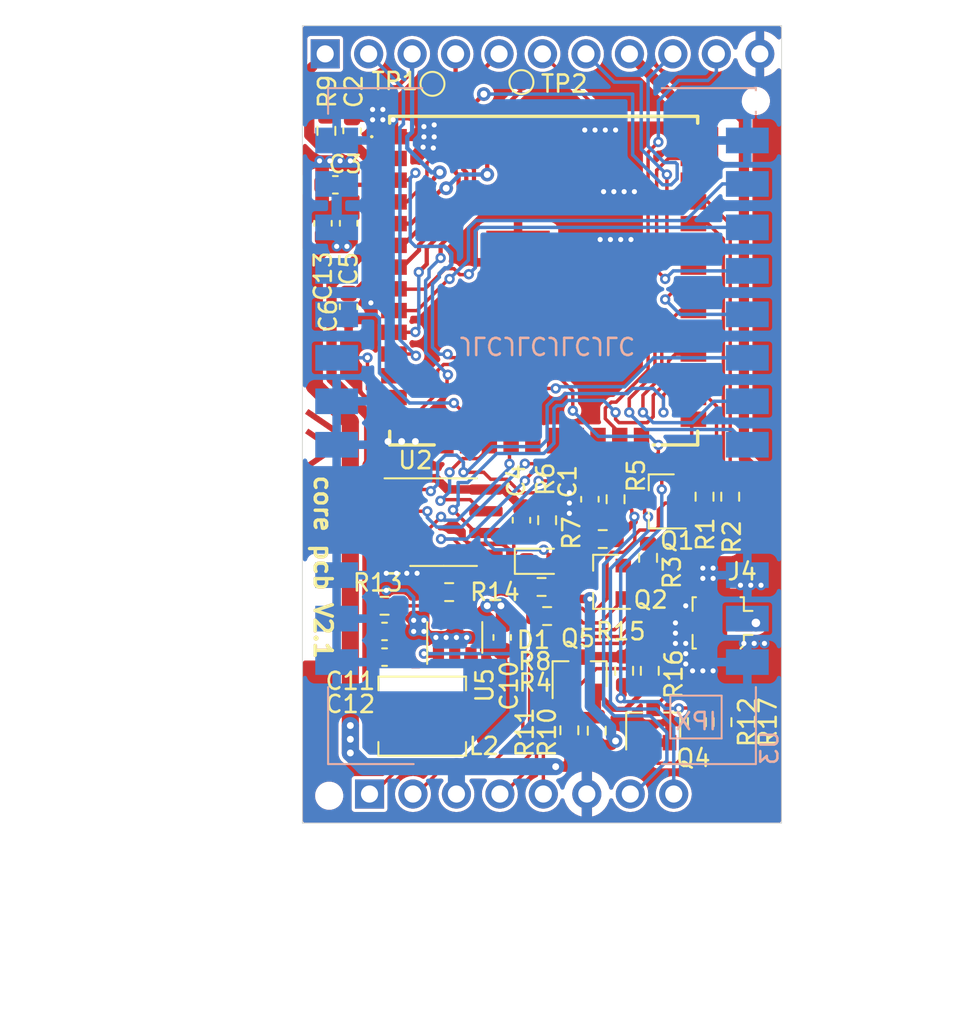
<source format=kicad_pcb>
(kicad_pcb (version 20240108) (generator "pcbnew") (generator_version "8.0")
  (title_block (title "Meshtastic DIY 1W board") (date "2022-01-06") (rev "2.1"))
  (layers (0 "F.Cu" signal) (31 "B.Cu" signal) (34 "B.Paste" user) (35 "F.Paste" user) (36 "B.SilkS" user "B.Silkscreen") (37 "F.SilkS" user "F.Silkscreen") (38 "B.Mask" user) (39 "F.Mask" user) (44 "Edge.Cuts" user))
  (net 0 "")
  (net 1 "GND")
  (net 2 "/EN")
  (net 3 "/GPIO2")
  (net 4 "+3.3V")
  (net 5 "/GPIO0")
  (net 6 "/DTR")
  (net 7 "Net-(D1-K)")
  (net 8 "/RTS")
  (net 9 "Net-(J4-In)")
  (net 10 "Net-(U5-SW)")
  (net 11 "/ESP32_RX")
  (net 12 "Net-(Q1-B)")
  (net 13 "/ESP32_TX")
  (net 14 "Net-(Q2-B)")
  (net 15 "/GPIO16")
  (net 16 "/e22_NRST")
  (net 17 "/SCL")
  (net 18 "/SDA")
  (net 19 "Net-(Q4-C)")
  (net 20 "/e22_MISO")
  (net 21 "/e22_NSS")
  (net 22 "/e22_SCK")
  (net 23 "/SRAM_CLK")
  (net 24 "/SDI_SD1")
  (net 25 "/SDO_SD0")
  (net 26 "Net-(Q4-B)")
  (net 27 "Net-(Q5-S)")
  (net 28 "/SWP_SD3")
  (net 29 "/SHD_SD2")
  (net 30 "/e22_TXEN")
  (net 31 "/e22_RXEN")
  (net 32 "/e22_MOSI")
  (net 33 "/e22_DIO1")
  (net 34 "/e22_BUSY")
  (net 35 "unconnected-(R1-Pad2)")
  (net 36 "+5V")
  (net 37 "unconnected-(R2-Pad2)")
  (net 38 "/5V_pwrctrl")
  (net 39 "Net-(U5-FB)")
  (net 40 "GNDA")
  (net 41 "/GPS_TX")
  (net 42 "/vbat_mon")
  (net 43 "/USR_BTN")
  (net 44 "/GPS_PWR_enable")
  (net 45 "/GPS_RX")
  (net 46 "/gpio_26")
  (net 47 "Net-(U1-SENSOR_VP)")
  (net 48 "/GPS_pwr")
  (net 49 "Net-(U1-IO34)")
  (footprint "meshtastic-diy 1W:SOT-23" (layer "F.Cu") (at 163.5 107.5 180)
    (property "Reference" "Q1")
    (property "Value" "BC848")
  )
  (footprint "meshtastic-diy 1W:R_0603_1608Metric" (layer "F.Cu") (at 166 107.225 -90)
    (property "Reference" "R1")
    (property "Value" "470")
  )
  (footprint "meshtastic-diy 1W:SOIC-8_3.9x4.9mm_P1.27mm" (layer "F.Cu") (at 150.749 108.712)
    (property "Reference" "U2")
    (property "Value" "ESP-PSRAM64")
  )
  (footprint "meshtastic-diy 1W:C_0603_1608Metric" (layer "F.Cu") (at 155.3 108.6 -90)
    (property "Reference" "C4")
    (property "Value" "100n")
  )
  (footprint "meshtastic-diy 1W:L_Chilisin_BMRA00040420" (layer "F.Cu") (at 149.5 120.05 180)
    (property "Reference" "L2")
    (property "Value" "4.7uH")
  )
  (footprint "meshtastic-diy 1W:C_0603_1608Metric" (layer "F.Cu") (at 145.2 91.25 90)
    (property "Reference" "C5")
    (property "Value" "100n")
  )
  (footprint "meshtastic-diy 1W:SOT-23" (layer "F.Cu") (at 160.25 112.2 180)
    (property "Reference" "Q2")
    (property "Value" "BC848")
  )
  (footprint "meshtastic-diy 1W:R_0603_1608Metric" (layer "F.Cu") (at 162.7 110.8 90)
    (property "Reference" "R3")
    (property "Value" "10k")
  )
  (footprint "meshtastic-diy 1W:R_0603_1608Metric" (layer "F.Cu") (at 156.8 108.6 -90)
    (property "Reference" "R6")
    (property "Value" "10k")
  )
  (footprint "meshtastic-diy 1W:R_0603_1608Metric" (layer "F.Cu") (at 167.5 107.225 -90)
    (property "Reference" "R2")
    (property "Value" "0")
  )
  (footprint "meshtastic-diy 1W:LED_0603_1608Metric" (layer "F.Cu") (at 156.4 111)
    (property "Reference" "D1")
    (property "Value" "LED")
  )
  (footprint "meshtastic-diy 1W:R_0603_1608Metric" (layer "F.Cu") (at 151.075 112.8)
    (property "Reference" "R14")
    (property "Value" "118k")
  )
  (footprint "meshtastic-diy 1W:R_0603_1608Metric" (layer "F.Cu") (at 156.475 112.5 180)
    (property "Reference" "R8")
    (property "Value" "470")
  )
  (footprint "meshtastic-diy 1W:C_0603_1608Metric" (layer "F.Cu") (at 154.175 115.45 -90)
    (property "Reference" "C10")
    (property "Value" "22uF")
  )
  (footprint "meshtastic-diy 1W:C_0603_1608Metric" (layer "F.Cu") (at 145.2 96.125 -90)
    (property "Reference" "C6")
    (property "Value" "100n")
  )
  (footprint "meshtastic-diy 1W:R_0603_1608Metric" (layer "F.Cu") (at 143.9 85.85 -90)
    (property "Reference" "R9")
    (property "Value" "10k")
  )
  (footprint "meshtastic-diy 1W:C_0603_1608Metric" (layer "F.Cu") (at 147.3 116.6)
    (property "Reference" "C12")
    (property "Value" "22uF")
  )
  (footprint "meshtastic-diy 1W:C_0603_1608Metric" (layer "F.Cu") (at 159.3 107.375 -90)
    (property "Reference" "C1")
    (property "Value" "100n")
  )
  (footprint "meshtastic-diy 1W:R_0603_1608Metric" (layer "F.Cu") (at 156.8 114.2)
    (property "Reference" "R4")
    (property "Value" "10k")
  )
  (footprint "meshtastic-diy 1W:jlc_toolinghole" (layer "F.Cu") (at 168.9365 84.1)
    (property "Reference" "H2" (hide yes))
    (property "Value" "tooling_hole")
  )
  (footprint "meshtastic-diy 1W:C_0603_1608Metric" (layer "F.Cu") (at 143.7 91.25 90)
    (property "Reference" "C13")
    (property "Value" "22uF")
  )
  (footprint "meshtastic-diy 1W:C_0603_1608Metric" (layer "F.Cu") (at 145.4 85.85 90)
    (property "Reference" "C2")
    (property "Value" "100n")
  )
  (footprint "meshtastic-diy 1W:C_0603_1608Metric" (layer "F.Cu") (at 144.425 89 180)
    (property "Reference" "C3")
    (property "Value" "22uF")
  )
  (footprint "meshtastic-diy 1W:U.FL_Molex_MCRF_73412-0110_horizontal" (layer "F.Cu") (at 166.8 114.6 180)
    (property "Reference" "J4")
    (property "Value" "ipex antenna")
  )
  (footprint "meshtastic-diy 1W:jlc_toolinghole" (layer "F.Cu") (at 144 124.7)
    (property "Reference" "H3" (hide yes))
    (property "Value" "tooling_hole")
  )
  (footprint "meshtastic-diy 1W:SOT-23" (layer "F.Cu") (at 163 120.6 90)
    (property "Reference" "Q4")
    (property "Value" "BC848")
  )
  (footprint "meshtastic-diy 1W:R_0603_1608Metric" (layer "F.Cu") (at 161.3 117.4 -90)
    (property "Reference" "R16")
    (property "Value" "0")
  )
  (footprint "meshtastic-diy 1W:meshtastic_logo" (layer "F.Cu") (at 143.5 103.95 -90)
    (property "Reference" "SYM1" (hide yes))
    (property "Value" "Meshtastic Logo" (hide yes))
  )
  (footprint "meshtastic-diy 1W:C_0603_1608Metric" (layer "F.Cu") (at 147.3 115.1)
    (property "Reference" "C11")
    (property "Value" "22uF")
  )
  (footprint "meshtastic-diy 1W:R_0603_1608Metric" (layer "F.Cu") (at 160.05 109.7)
    (property "Reference" "R7")
    (property "Value" "10k")
  )
  (footprint "meshtastic-diy 1W:R_0603_1608Metric" (layer "F.Cu") (at 160.8 107.375 -90)
    (property "Reference" "R5")
    (property "Value" "10k")
  )
  (footprint "meshtastic-diy 1W:TestPoint_Pad_D1.0mm" (layer "F.Cu") (at 150.1 83.1)
    (property "Reference" "TP1")
    (property "Value" "TestPoint")
  )
  (footprint "meshtastic-diy 1W:R_0603_1608Metric" (layer "F.Cu") (at 147.3 113.6)
    (property "Reference" "R13")
    (property "Value" "536k")
  )
  (footprint "meshtastic-diy 1W:SOT-23-5" (layer "F.Cu") (at 151.4 115.45 90)
    (property "Reference" "U5")
    (property "Value" "PAM2312")
  )
  (footprint "meshtastic-diy 1W:TestPoint_Pad_D1.0mm" (layer "F.Cu") (at 155.3 83)
    (property "Reference" "TP2")
    (property "Value" "TestPoint")
  )
  (footprint "meshtastic-diy 1W:R_0603_1608Metric" (layer "F.Cu") (at 159.7 120.9 -90)
    (property "Reference" "R10")
    (property "Value" "0")
  )
  (footprint "meshtastic-diy 1W:R_0603_1608Metric" (layer "F.Cu") (at 158.1 120.875 -90)
    (property "Reference" "R11")
    (property "Value" "0")
  )
  (footprint "meshtastic-diy 1W:SOT-23" (layer "F.Cu") (at 158.7 117.6 90)
    (property "Reference" "Q5")
    (property "Value" "CJ2301")
  )
  (footprint "meshtastic-diy 1W:R_0603_1608Metric" (layer "F.Cu") (at 162.8 117.4 -90)
    (property "Reference" "R15")
    (property "Value" "10k")
  )
  (footprint "meshtastic-diy 1W:R_0603_1608Metric" (layer "F.Cu") (at 165.55 120.4 -90)
    (property "Reference" "R12")
    (property "Value" "10k")
  )
  (footprint "meshtastic-diy 1W:R_0603_1608Metric" (layer "F.Cu") (at 167.05 120.4 90)
    (property "Reference" "R17")
    (property "Value" "10k")
  )
  (footprint "meshtastic-diy 1W:" (layer "F.Cu") (at 151.45 81.35)
    (property "Reference" "")
    (property "Value" "")
  )
  (footprint "meshtastic-diy 1W:" (layer "F.Cu") (at 143.83 81.35)
    (property "Reference" "")
    (property "Value" "")
  )
  (footprint "meshtastic-diy 1W:" (layer "F.Cu") (at 148.96 124.6)
    (property "Reference" "")
    (property "Value" "")
  )
  (footprint "meshtastic-diy 1W:" (layer "F.Cu") (at 164.15 81.35)
    (property "Reference" "")
    (property "Value" "")
  )
  (footprint "meshtastic-diy 1W:" (layer "F.Cu") (at 166.69 81.35)
    (property "Reference" "")
    (property "Value" "")
  )
  (footprint "meshtastic-diy 1W:" (layer "F.Cu") (at 146.37 81.35)
    (property "Reference" "")
    (property "Value" "")
  )
  (footprint "meshtastic-diy 1W:" (layer "F.Cu") (at 161.61 81.35)
    (property "Reference" "")
    (property "Value" "")
  )
  (footprint "meshtastic-diy 1W:" (layer "F.Cu") (at 169.23 81.35)
    (property "Reference" "")
    (property "Value" "")
  )
  (footprint "meshtastic-diy 1W:" (layer "F.Cu") (at 161.66 124.6)
    (property "Reference" "")
    (property "Value" "")
  )
  (footprint "meshtastic-diy 1W:" (layer "F.Cu") (at 148.91 81.35)
    (property "Reference" "")
    (property "Value" "")
  )
  (footprint "meshtastic-diy 1W:" (layer "F.Cu") (at 154.04 124.6)
    (property "Reference" "")
    (property "Value" "")
  )
  (footprint "meshtastic-diy 1W:" (layer "F.Cu") (at 153.99 81.35)
    (property "Reference" "")
    (property "Value" "")
  )
  (footprint "meshtastic-diy 1W:" (layer "F.Cu") (at 164.2 124.6)
    (property "Reference" "")
    (property "Value" "")
  )
  (footprint "meshtastic-diy 1W:ESP32WROOM32UEN8" (layer "F.Cu") (at 156.6 94.85)
    (property "Reference" "U1" (hide yes))
    (property "Value" "ESP32-WROOM-32UE-N8" (hide yes))
  )
  (footprint "meshtastic-diy 1W:" (layer "F.Cu") (at 151.5 124.6)
    (property "Reference" "")
    (property "Value" "")
  )
  (footprint "meshtastic-diy 1W:" (layer "F.Cu") (at 159.12 124.6)
    (property "Reference" "")
    (property "Value" "")
  )
  (footprint "meshtastic-diy 1W:" (layer "F.Cu") (at 156.58 124.6)
    (property "Reference" "")
    (property "Value" "")
  )
  (footprint "meshtastic-diy 1W:" (layer "F.Cu") (at 156.53 81.35)
    (property "Reference" "")
    (property "Value" "")
  )
  (footprint "meshtastic-diy 1W:" (layer "F.Cu") (at 159.07 81.35)
    (property "Reference" "")
    (property "Value" "")
  )
  (footprint "meshtastic-diy 1W:" (layer "F.Cu") (at 146.42 124.6)
    (property "Reference" "")
    (property "Value" "")
  )
  (footprint "meshtastic-diy 1W:e22-900m30s-handsoldering" (layer "B.Cu") (at 156.5 103.1 180)
    (property "Reference" "U3")
    (property "Value" "E22-900M30S")
  )
  (gr_line (start 170.5 79.7) (end 142.5 79.7) (stroke (width 0.05)) (layer "Edge.Cuts"))
  (gr_line (start 170.5 126.3) (end 170.5 79.7) (stroke (width 0.05)) (layer "Edge.Cuts"))
  (gr_line (start 142.5 79.7) (end 142.5 126.3) (stroke (width 0.05)) (layer "Edge.Cuts"))
  (gr_line (start 142.5 126.3) (end 170.5 126.3) (stroke (width 0.05)) (layer "Edge.Cuts"))
  (gr_text "core pcb V2.1" (at 143.7 111.35 -90) (layer "F.Cu") (effects (font (size 1 1) (thickness 0.2))))
  (gr_text "JLCJLCJLCJLC" (at 156.8 98.4 180) (layer "B.SilkS") (effects (font (size 1 1)) (justify mirror)))
  (gr_text "core pcb V2.1" (at 143.7 111.35 -90) (layer "F.SilkS") (effects (font (size 1 1) (thickness 0.2))))
  (segment (start 159.9 92.2) (end 160.5 92.2) (width 0.2) (layer "F.Cu") (net 1))
  (segment (start 165.3 117.4) (end 164.9 117) (width 0.2) (layer "F.Cu") (net 1))
  (segment (start 165.9 111.4) (end 165.9 112) (width 0.2) (layer "F.Cu") (net 1))
  (segment (start 146.5 96.6) (end 146.5 95.9) (width 0.25) (layer "F.Cu") (net 1))
  (segment (start 148 111.7) (end 148.6 111.7) (width 0.5) (layer "F.Cu") (net 1))
  (segment (start 166.5 112.825) (end 166.8 113.125) (width 0.2) (layer "F.Cu") (net 1))
  (segment (start 147.4 111.7) (end 148 111.7) (width 0.5) (layer "F.Cu") (net 1))
  (segment (start 160.8 85.8) (end 160.2 85.8) (width 0.4) (layer "F.Cu") (net 1))
  (segment (start 146.8 85.2) (end 146.8 84.6) (width 0.5) (layer "F.Cu") (net 1))
  (segment (start 148.274 110.617) (end 148.274 111.426) (width 0.2) (layer "F.Cu") (net 1))
  (segment (start 165.9 111.4) (end 166.5 111.4) (width 0.2) (layer "F.Cu") (net 1))
  (segment (start 148.6 111.7) (end 149.2 111.7) (width 0.5) (layer "F.Cu") (net 1))
  (segment (start 166.5 111.4) (end 166.5 112) (width 0.2) (layer "F.Cu") (net 1))
  (segment (start 154.85 111.7) (end 155.65 112.5) (width 0.5) (layer "F.Cu") (net 1))
  (segment (start 159.6 85.8) (end 159 85.8) (width 0.4) (layer "F.Cu") (net 1))
  (segment (start 149.2 111.7) (end 154.85 111.7) (width 0.5) (layer "F.Cu") (net 1))
  (segment (start 169.3 112.4) (end 168.7 112.4) (width 0.2) (layer "F.Cu") (net 1))
  (segment (start 164.3 115.8) (end 164.3 115.2) (width 0.2) (layer "F.Cu") (net 1))
  (segment (start 160.1 89.4) (end 160.7 89.4) (width 0.2) (layer "F.Cu") (net 1))
  (segment (start 164.3 114.6) (end 165.3 114.6) (width 0.2) (layer "F.Cu") (net 1))
  (segment (start 164.9 116.4) (end 164.9 115.8) (width 0.2) (layer "F.Cu") (net 1))
  (segment (start 149.501279 86.85) (end 150.15 86.85) (width 0.5) (layer "F.Cu") (net 1))
  (segment (start 164.86 85.8) (end 165.25 86.19) (width 0.4) (layer "F.Cu") (net 1))
  (segment (start 150.15 86.25) (end 150.2 86.2) (width 0.5) (layer "F.Cu") (net 1))
  (segment (start 161.9 89.4) (end 161.9 92.2) (width 0.2) (layer "F.Cu") (net 1))
  (segment (start 167.525 112.4) (end 166.8 113.125) (width 0.2) (layer "F.Cu") (net 1))
  (segment (start 166.5 112) (end 166.5 112.825) (width 0.2) (layer "F.Cu") (net 1))
  (segment (start 149.451752 86.800473) (end 149.501279 86.85) (width 0.5) (layer "F.Cu") (net 1))
  (segment (start 158.1 108.2) (end 158.1 107.6) (width 0.2) (layer "F.Cu") (net 1))
  (segment (start 160.8 85.8) (end 164.86 85.8) (width 0.4) (layer "F.Cu") (net 1))
  (segment (start 166.5 117.4) (end 165.9 117.4) (width 0.2) (layer "F.Cu") (net 1))
  (segment (start 165.9 112) (end 166.5 112) (width 0.2) (layer "F.Cu") (net 1))
  (segment (start 168.7 112.4) (end 168.1 112.4) (width 0.2) (layer "F.Cu") (net 1))
  (segment (start 161.3 89.4) (end 161.9 89.4) (width 0.2) (layer "F.Cu") (net 1))
  (segment (start 159.9 89.4) (end 159.6 89.1) (width 0.2) (layer "F.Cu") (net 1))
  (segment (start 164.3 115.2) (end 164.3 114.6) (width 0.2) (layer "F.Cu") (net 1))
  (segment (start 165.3 117.4) (end 165.9 117.4) (width 0.2) (layer "F.Cu") (net 1))
  (segment (start 167.075 115.8) (end 166.8 116.075) (width 0.2) (layer "F.Cu") (net 1))
  (segment (start 164.9 114.2) (end 165.3 114.6) (width 0.6) (layer "F.Cu") (net 1))
  (segment (start 160.2 85.8) (end 159.6 85.8) (width 0.4) (layer "F.Cu") (net 1))
  (segment (start 149.451752 86.248245) (end 149.499997 86.2) (width 0.5) (layer "F.Cu") (net 1))
  (segment (start 155.3 109.375) (end 154.85 109.825) (width 0.2) (layer "F.Cu") (net 1))
  (segment (start 160.1 89.4) (end 159.9 89.4) (width 0.2) (layer "F.Cu") (net 1))
  (segment (start 149.451752 86.800473) (end 149.451752 86.248245) (width 0.5) (layer "F.Cu") (net 1))
  (segment (start 158.1 107.6) (end 158.1 107) (width 0.2) (layer "F.Cu") (net 1))
  (segment (start 161.1 92.2) (end 160.5 92.2) (width 0.2) (layer "F.Cu") (net 1))
  (segment (start 147.7 85.2) (end 147.4 85.2) (width 0.5) (layer "F.Cu") (net 1))
  (segment (start 168.9 115.8) (end 168.3 115.8) (width 0.2) (layer "F.Cu") (net 1))
  (segment (start 148.909997 86.19) (end 147.75 86.19) (width 0.5) (layer "F.Cu") (net 1))
  (segment (start 168.3 115.8) (end 167.075 115.8) (width 0.2) (layer "F.Cu") (net 1))
  (segment (start 168.1 112.4) (end 167.525 112.4) (width 0.2) (layer "F.Cu") (net 1))
  (segment (start 164.9 113.6) (end 164.9 114.2) (width 0.6) (layer "F.Cu") (net 1))
  (segment (start 145.4 96.9) (end 146.2 96.9) (width 0.25) (layer "F.Cu") (net 1))
  (segment (start 159.6 89.1) (end 159.6 85.8) (width 0.2) (layer "F.Cu") (net 1))
  (segment (start 164.9 115.8) (end 164.3 115.8) (width 0.2) (layer "F.Cu") (net 1))
  (segment (start 146.8 85.2) (end 147.4 85.2) (width 0.5) (layer "F.Cu") (net 1))
  (segment (start 146.8 84.6) (end 147.2 84.6) (width 0.5) (layer "F.Cu") (net 1))
  (segment (start 149.499997 86.2) (end 149.499997 85.6) (width 0.5) (layer "F.Cu") (net 1))
  (segment (start 147.2 84.6) (end 147.4 84.6) (width 0.5) (layer "F.Cu") (net 1))
  (segment (start 149.499997 85.6) (end 148.909997 86.19) (width 0.5) (layer "F.Cu") (net 1))
  (segment (start 161.7 92.2) (end 161.1 92.2) (width 0.2) (layer "F.Cu") (net 1))
  (segment (start 161.9 92.2) (end 161.7 92.2) (width 0.2) (layer "F.Cu") (net 1))
  (segment (start 158.15 108.15) (end 158.1 108.2) (width 0.2) (layer "F.Cu") (net 1))
  (segment (start 147.700432 85.200432) (end 147.7 85.2) (width 0.5) (layer "F.Cu") (net 1))
  (segment (start 147.75 86.19) (end 147.75 85.450863) (width 0.5) (layer "F.Cu") (net 1))
  (segment (start 159.3 108.15) (end 158.15 108.15) (width 0.2) (layer "F.Cu") (net 1))
  (segment (start 160.7 89.4) (end 161.3 89.4) (width 0.2) (layer "F.Cu") (net 1))
  (segment (start 154.85 109.825) (end 154.85 111.7) (width 0.2) (layer "F.Cu") (net 1))
  (segment (start 164.9 117) (end 164.9 116.4) (width 0.2) (layer "F.Cu") (net 1))
  (segment (start 146.2 96.9) (end 146.5 96.6) (width 0.25) (layer "F.Cu") (net 1))
  (segment (start 150.15 86.85) (end 150.15 86.25) (width 0.5) (layer "F.Cu") (net 1))
  (segment (start 169.5 115.8) (end 168.9 115.8) (width 0.2) (layer "F.Cu") (net 1))
  (segment (start 148.274 111.426) (end 148 111.7) (width 0.2) (layer "F.Cu") (net 1))
  (segment (start 150.2 86.2) (end 150.2 85.5) (width 0.5) (layer "F.Cu") (net 1))
  (via (at 168.9 115.8) (size 0.6) (drill 0.3) (layers "F.Cu" "B.Cu") (net 1))
  (via (at 166.5 112) (size 0.6) (drill 0.3) (layers "F.Cu" "B.Cu") (net 1))
  (via (at 169.3 112.4) (size 0.6) (drill 0.3) (layers "F.Cu" "B.Cu") (net 1))
  (via (at 160.8 85.8) (size 0.6) (drill 0.3) (layers "F.Cu" "B.Cu") (net 1))
  (via (at 164.9 115.8) (size 0.6) (drill 0.3) (layers "F.Cu" "B.Cu") (net 1))
  (via (at 164.3 114.6) (size 0.6) (drill 0.3) (layers "F.Cu" "B.Cu") (net 1))
  (via (at 158.1 107.6) (size 0.6) (drill 0.3) (layers "F.Cu" "B.Cu") (net 1))
  (via (at 161.9 89.4) (size 0.6) (drill 0.3) (layers "F.Cu" "B.Cu") (net 1))
  (via (at 144.1 87.6) (size 0.6) (drill 0.3) (layers "F.Cu" "B.Cu") (net 1))
  (via (at 165.9 112) (size 0.6) (drill 0.3) (layers "F.Cu" "B.Cu") (net 1))
  (via (at 164.9 113.6) (size 0.6) (drill 0.3) (layers "F.Cu" "B.Cu") (net 1))
  (via (at 164.3 115.2) (size 0.6) (drill 0.3) (layers "F.Cu" "B.Cu") (net 1))
  (via (at 169.5 115.8) (size 0.6) (drill 0.3) (layers "F.Cu" "B.Cu") (net 1))
  (via (at 168.1 112.4) (size 0.6) (drill 0.3) (layers "F.Cu" "B.Cu") (net 1))
  (via (at 146.6 85.2) (size 0.6) (drill 0.3) (layers "F.Cu" "B.Cu") (net 1))
  (via (at 150.2 85.5) (size 0.6) (drill 0.3) (layers "F.Cu" "B.Cu") (net 1))
  (via (at 164.9 116.4) (size 0.6) (drill 0.3) (layers "F.Cu" "B.Cu") (net 1))
  (via (at 165.9 111.4) (size 0.6) (drill 0.3) (layers "F.Cu" "B.Cu") (net 1))
  (via (at 145.3 87.6) (size 0.6) (drill 0.3) (layers "F.Cu" "B.Cu") (net 1))
  (via (at 146.6 84.6) (size 0.6) (drill 0.3) (layers "F.Cu" "B.Cu") (net 1))
  (via (at 148.6 111.7) (size 0.6) (drill 0.3) (layers "F.Cu" "B.Cu") (net 1))
  (via (at 164.9 117) (size 0.6) (drill 0.3) (layers "F.Cu" "B.Cu") (net 1))
  (via (at 158.1 108.2) (size 0.6) (drill 0.3) (layers "F.Cu" "B.Cu") (net 1))
  (via (at 158.1 107) (size 0.6) (drill 0.3) (layers "F.Cu" "B.Cu") (net 1))
  (via (at 148.3 104) (size 0.8) (drill 0.4) (layers "F.Cu" "B.Cu") (net 1))
  (via (at 160.7 89.4) (size 0.6) (drill 0.3) (layers "F.Cu" "B.Cu") (net 1))
  (via (at 149.1 104) (size 0.8) (drill 0.4) (layers "F.Cu" "B.Cu") (net 1))
  (via (at 160.2 85.8) (size 0.6) (drill 0.3) (layers "F.Cu" "B.Cu") (net 1))
  (via (at 149.551755 86.800473) (size 0.6) (drill 0.3) (layers "F.Cu" "B.Cu") (net 1))
  (via (at 168.7 112.4) (size 0.6) (drill 0.3) (layers "F.Cu" "B.Cu") (net 1))
  (via (at 150.15 86.85) (size 0.6) (drill 0.3) (layers "F.Cu" "B.Cu") (net 1))
  (via (at 165.3 117.4) (size 0.6) (drill 0.3) (layers "F.Cu" "B.Cu") (net 1))
  (via (at 149.6 85.6) (size 0.6) (drill 0.3) (layers "F.Cu" "B.Cu") (net 1))
  (via (at 161.7 92.2) (size 0.6) (drill 0.3) (layers "F.Cu" "B.Cu") (net 1))
  (via (at 147.800431 85.200432) (size 0.6) (drill 0.3) (layers "F.Cu" "B.Cu") (net 1))
  (via (at 165.9 117.4) (size 0.6) (drill 0.3) (layers "F.Cu" "B.Cu") (net 1))
  (via (at 147.4 111.7) (size 0.6) (drill 0.3) (layers "F.Cu" "B.Cu") (net 1))
  (via (at 144.7 87.6) (size 0.6) (drill 0.3) (layers "F.Cu" "B.Cu") (net 1))
  (via (at 166.5 111.4) (size 0.6) (drill 0.3) (layers "F.Cu" "B.Cu") (net 1))
  (via (at 166.5 117.4) (size 0.6) (drill 0.3) (layers "F.Cu" "B.Cu") (net 1))
  (via (at 148 111.7) (size 0.6) (drill 0.3) (layers "F.Cu" "B.Cu") (net 1))
  (via (at 159.6 85.8) (size 0.6) (drill 0.3) (layers "F.Cu" "B.Cu") (net 1))
  (via (at 143.5 87.6) (size 0.6) (drill 0.3) (layers "F.Cu" "B.Cu") (net 1))
  (via (at 159 85.8) (size 0.6) (drill 0.3) (layers "F.Cu" "B.Cu") (net 1))
  (via (at 161.3 89.4) (size 0.6) (drill 0.3) (layers "F.Cu" "B.Cu") (net 1))
  (via (at 160.5 92.2) (size 0.6) (drill 0.3) (layers "F.Cu" "B.Cu") (net 1))
  (via (at 159.9 92.2) (size 0.6) (drill 0.3) (layers "F.Cu" "B.Cu") (net 1))
  (via (at 147.2 84.6) (size 0.6) (drill 0.3) (layers "F.Cu" "B.Cu") (net 1))
  (via (at 160.1 89.4) (size 0.6) (drill 0.3) (layers "F.Cu" "B.Cu") (net 1))
  (via (at 168.3 115.8) (size 0.6) (drill 0.3) (layers "F.Cu" "B.Cu") (net 1))
  (via (at 149.6 86.2) (size 0.6) (drill 0.3) (layers "F.Cu" "B.Cu") (net 1))
  (via (at 147.5 104) (size 0.8) (drill 0.4) (layers "F.Cu" "B.Cu") (net 1))
  (via (at 164.3 115.8) (size 0.6) (drill 0.3) (layers "F.Cu" "B.Cu") (net 1))
  (via (at 150.2 86.2) (size 0.6) (drill 0.3) (layers "F.Cu" "B.Cu") (net 1))
  (via (at 146.5 95.9) (size 0.6) (drill 0.3) (layers "F.Cu" "B.Cu") (net 1))
  (via (at 149.2 111.7) (size 0.6) (drill 0.3) (layers "F.Cu" "B.Cu") (net 1))
  (via (at 161.1 92.2) (size 0.6) (drill 0.3) (layers "F.Cu" "B.Cu") (net 1))
  (via (at 147.2 85.2) (size 0.6) (drill 0.3) (layers "F.Cu" "B.Cu") (net 1))
  (segment (start 149.102358 88.301631) (end 148.673989 88.73) (width 0.2) (layer "F.Cu") (net 2))
  (segment (start 158.3 102.2) (end 158.3 101.051471) (width 0.2) (layer "F.Cu") (net 2))
  (segment (start 163.3 104.665) (end 162.115 105.85) (width 0.2) (layer "F.Cu") (net 2))
  (segment (start 160.475 109.7) (end 160.875 109.7) (width 0.2) (layer "F.Cu") (net 2))
  (segment (start 151.082843 99.1) (end 151.082843 99.001377) (width 0.2) (layer "F.Cu") (net 2))
  (segment (start 151.414215 99.1) (end 151.082843 99.1) (width 0.2) (layer "F.Cu") (net 2))
  (segment (start 161.9 108.4) (end 161.9 108.675) (width 0.4) (layer "F.Cu") (net 2))
  (segment (start 159.25 112.2) (end 159.25 110.925) (width 0.2) (layer "F.Cu") (net 2))
  (segment (start 161.575 107.787352) (end 161.287648 107.5) (width 0.2) (layer "F.Cu") (net 2))
  (segment (start 156.9 100.3) (end 156.7 100.5) (width 0.2) (layer "F.Cu") (net 2))
  (segment (start 161.9 108.4) (end 161.75 108.25) (width 0.2) (layer "F.Cu") (net 2))
  (segment (start 162.115 105.85) (end 160.05 105.85) (width 0.2) (layer "F.Cu") (net 2))
  (segment (start 152.3 100.5) (end 152 100.2) (width 0.2) (layer "F.Cu") (net 2))
  (segment (start 148.673989 88.73) (end 147.75 88.73) (width 0.2) (layer "F.Cu") (net 2))
  (segment (start 152 100.2) (end 152 99.685785) (width 0.2) (layer "F.Cu") (net 2))
  (segment (start 159.25 110.925) (end 160.475 109.7) (width 0.2) (layer "F.Cu") (net 2))
  (segment (start 151.082843 99.001377) (end 150.981466 98.9) (width 0.2) (layer "F.Cu") (net 2))
  (segment (start 152 99.685785) (end 151.414215 99.1) (width 0.2) (layer "F.Cu") (net 2))
  (segment (start 161.9 108.675) (end 160.875 109.7) (width 0.4) (layer "F.Cu") (net 2))
  (segment (start 157.548529 100.3) (end 156.9 100.3) (width 0.2) (layer "F.Cu") (net 2))
  (segment (start 156.7 100.5) (end 152.3 100.5) (width 0.2) (layer "F.Cu") (net 2))
  (segment (start 158.3 101.051471) (end 157.548529 100.3) (width 0.2) (layer "F.Cu") (net 2))
  (segment (start 161.75 108.006176) (end 161.575 107.831176) (width 0.2) (layer "F.Cu") (net 2))
  (segment (start 161.75 108.25) (end 161.75 108.006176) (width 0.2) (layer "F.Cu") (net 2))
  (segment (start 161.575 107.831176) (end 161.575 107.787352) (width 0.2) (layer "F.Cu") (net 2))
  (segment (start 163.3 104.2) (end 163.3 104.665) (width 0.2) (layer "F.Cu") (net 2))
  (segment (start 161.287648 107.5) (end 160.2 107.5) (width 0.2) (layer "F.Cu") (net 2))
  (segment (start 160.05 105.85) (end 159.3 106.6) (width 0.2) (layer "F.Cu") (net 2))
  (segment (start 160.2 107.5) (end 159.3 106.6) (width 0.2) (layer "F.Cu") (net 2))
  (via (at 163.3 104.2) (size 0.6) (drill 0.3) (layers "F.Cu" "B.Cu") (net 2))
  (via (at 150.981466 98.9) (size 0.6) (drill 0.3) (layers "F.Cu" "B.Cu") (net 2))
  (via (at 149.102358 88.301631) (size 0.6) (drill 0.3) (layers "F.Cu" "B.Cu") (net 2))
  (via (at 158.3 102.2) (size 0.6) (drill 0.3) (layers "F.Cu" "B.Cu") (net 2))
  (via (at 161.9 108.4) (size 0.6) (drill 0.3) (layers "F.Cu" "B.Cu") (net 2))
  (segment (start 161.9 108.4) (end 161.9 109.4) (width 0.2) (layer "B.Cu") (net 2))
  (segment (start 150.1 98.5) (end 150.1 94.8) (width 0.2) (layer "B.Cu") (net 2))
  (segment (start 150.5 98.9) (end 150.1 98.5) (width 0.2) (layer "B.Cu") (net 2))
  (segment (start 150.1 94.8) (end 150.5 94.4) (width 0.2) (layer "B.Cu") (net 2))
  (segment (start 160.1 111.2) (end 160.1 119.414214) (width 0.2) (layer "B.Cu") (net 2))
  (segment (start 150.8 92.6) (end 151.200735 93.000735) (width 0.25) (layer "B.Cu") (net 2))
  (segment (start 151 93.875) (end 150.825 93.875) (width 0.25) (layer "B.Cu") (net 2))
  (segment (start 160.718628 120.032843) (end 162.832843 120.032843) (width 0.2) (layer "B.Cu") (net 2))
  (segment (start 148.8 88.603989) (end 148.8 92.3) (width 0.2) (layer "B.Cu") (net 2))
  (segment (start 163.8 122.66) (end 161.66 124.8) (width 0.2) (layer "B.Cu") (net 2))
  (segment (start 151.200735 93.674265) (end 151 93.875) (width 0.25) (layer "B.Cu") (net 2))
  (segment (start 150.5 94.4) (end 150.5 94.2) (width 0.2) (layer "B.Cu") (net 2))
  (segment (start 148.8 92.3) (end 149.1 92.6) (width 0.2) (layer "B.Cu") (net 2))
  (segment (start 159.8 103.7) (end 158.3 102.2) (width 0.2) (layer "B.Cu") (net 2))
  (segment (start 160.1 119.414214) (end 160.718628 120.032843) (width 0.2) (layer "B.Cu") (net 2))
  (segment (start 162.832843 120.032843) (end 163.8 121) (width 0.2) (layer "B.Cu") (net 2))
  (segment (start 151.200735 93.000735) (end 151.200735 93.674265) (width 0.25) (layer "B.Cu") (net 2))
  (segment (start 161.9 109.4) (end 160.1 111.2) (width 0.2) (layer "B.Cu") (net 2))
  (segment (start 150.981466 98.9) (end 150.5 98.9) (width 0.2) (layer "B.Cu") (net 2))
  (segment (start 150.825 93.875) (end 150.5 94.2) (width 0.25) (layer "B.Cu") (net 2))
  (segment (start 149.1 92.6) (end 150.8 92.6) (width 0.2) (layer "B.Cu") (net 2))
  (segment (start 163.3 104.2) (end 162.8 103.7) (width 0.2) (layer "B.Cu") (net 2))
  (segment (start 149.102358 88.301631) (end 148.8 88.603989) (width 0.2) (layer "B.Cu") (net 2))
  (segment (start 163.8 121) (end 163.8 122.66) (width 0.2) (layer "B.Cu") (net 2))
  (segment (start 162.8 103.7) (end 159.8 103.7) (width 0.2) (layer "B.Cu") (net 2))
  (segment (start 159.1 105.4) (end 161.295 105.4) (width 0.2) (layer "F.Cu") (net 3))
  (segment (start 161.295 105.4) (end 162.215 104.48) (width 0.2) (layer "F.Cu") (net 3))
  (segment (start 157.275 111) (end 156.6 110.325) (width 0.2) (layer "F.Cu") (net 3))
  (segment (start 156.3 106.3) (end 158.2 106.3) (width 0.2) (layer "F.Cu") (net 3))
  (segment (start 158.2 106.3) (end 159.1 105.4) (width 0.2) (layer "F.Cu") (net 3))
  (segment (start 162.215 104.48) (end 162.215 103.95) (width 0.2) (layer "F.Cu") (net 3))
  (via (at 156.3 106.3) (size 0.6) (drill 0.3) (layers "F.Cu" "B.Cu") (net 3))
  (via (at 156.6 110.325) (size 0.6) (drill 0.3) (layers "F.Cu" "B.Cu") (net 3))
  (segment (start 153.2 109.448529) (end 153.2 109.8) (width 0.2) (layer "B.Cu") (net 3))
  (segment (start 156.3 106.348529) (end 153.2 109.448529) (width 0.2) (layer "B.Cu") (net 3))
  (segment (start 153.725 110.325) (end 156.6 110.325) (width 0.2) (layer "B.Cu") (net 3))
  (segment (start 156.3 106.3) (end 156.3 106.348529) (width 0.2) (layer "B.Cu") (net 3))
  (segment (start 153.2 109.8) (end 153.725 110.325) (width 0.2) (layer "B.Cu") (net 3))
  (segment (start 159.7 121.725) (end 160.575 121.725) (width 0.6) (layer "F.Cu") (net 4))
  (segment (start 149.66967 106.16967) (end 149.689339 106.15) (width 0.5) (layer "F.Cu") (net 4))
  (segment (start 146.335 92.665) (end 146.335 89) (width 0.6) (layer "F.Cu") (net 4))
  (segment (start 146.335 87.46) (end 146.335 89) (width 0.6) (layer "F.Cu") (net 4))
  (segment (start 144 86.675) (end 145.45 86.675) (width 0.6) (layer "F.Cu") (net 4))
  (segment (start 145.35 89) (end 146.335 89) (width 0.25) (layer "F.Cu") (net 4))
  (segment (start 159.3 109.7) (end 160.8 108.2) (width 0.3) (layer "F.Cu") (net 4))
  (segment (start 146.4 118.9) (end 147.55 120.05) (width 0.8) (layer "F.Cu") (net 4))
  (segment (start 158.95 109.425) (end 159.225 109.7) (width 0.5) (layer "F.Cu") (net 4))
  (segment (start 148.7 105.2) (end 149.66967 106.16967) (width 0.5) (layer "F.Cu") (net 4))
  (segment (start 145.45 86.675) (end 145.5 86.625) (width 0.5) (layer "F.Cu") (net 4))
  (segment (start 143.475 86.675) (end 144 86.675) (width 0.6) (layer "F.Cu") (net 4))
  (segment (start 156.8 109.425) (end 158.95 109.425) (width 0.5) (layer "F.Cu") (net 4))
  (segment (start 146.4 102.535786) (end 144.2 100.335786) (width 0.6) (layer "F.Cu") (net 4))
  (segment (start 143.83 81.35) (end 143.075 82.105) (width 0.5) (layer "F.Cu") (net 4))
  (segment (start 146.335 87.46) (end 147.75 87.46) (width 0.6) (layer "F.Cu") (net 4))
  (segment (start 158.590466 113.2) (end 159.3 113.2) (width 0.5) (layer "F.Cu") (net 4))
  (segment (start 144.2 94.8) (end 146.335 92.665) (width 0.6) (layer "F.Cu") (net 4))
  (segment (start 145.5 86.625) (end 146.335 87.46) (width 0.6) (layer "F.Cu") (net 4))
  (segment (start 143.075 82.105) (end 142.9 82.28) (width 0.6) (layer "F.Cu") (net 4))
  (segment (start 154.282 106.807) (end 155.3 107.825) (width 0.5) (layer "F.Cu") (net 4))
  (segment (start 149.689339 106.15) (end 150.310661 106.15) (width 0.5) (layer "F.Cu") (net 4))
  (segment (start 160.575 121.725) (end 160.8 121.5) (width 0.6) (layer "F.Cu") (net 4))
  (segment (start 155.3 107.925) (end 156.8 109.425) (width 0.5) (layer "F.Cu") (net 4))
  (segment (start 146.7 105.2) (end 148.7 105.2) (width 0.5) (layer "F.Cu") (net 4))
  (segment (start 146.5 105.4) (end 146.7 105.2) (width 0.5) (layer "F.Cu") (net 4))
  (segment (start 150.960661 106.8) (end 153.217 106.8) (width 0.5) (layer "F.Cu") (net 4))
  (segment (start 153.217 106.8) (end 153.224 106.807) (width 0.5) (layer "F.Cu") (net 4))
  (segment (start 158.175 112.784534) (end 158.590466 113.2) (width 0.5) (layer "F.Cu") (net 4))
  (segment (start 142.9 82.28) (end 142.9 86.1) (width 0.6) (layer "F.Cu") (net 4))
  (segment (start 146.4 105.4) (end 146.4 118.9) (width 0.8) (layer "F.Cu") (net 4))
  (segment (start 158.175 110.75) (end 158.175 112.784534) (width 0.5) (layer "F.Cu") (net 4))
  (segment (start 142.9 86.1) (end 143.475 86.675) (width 0.6) (layer "F.Cu") (net 4))
  (segment (start 159.225 109.7) (end 159.3 109.7) (width 0.3) (layer "F.Cu") (net 4))
  (segment (start 153.224 106.807) (end 154.282 106.807) (width 0.5) (layer "F.Cu") (net 4))
  (segment (start 146.4 105.4) (end 146.4 102.535786) (width 0.6) (layer "F.Cu") (net 4))
  (segment (start 159.225 109.7) (end 158.175 110.75) (width 0.5) (layer "F.Cu") (net 4))
  (segment (start 144.2 100.335786) (end 144.2 94.8) (width 0.6) (layer "F.Cu") (net 4))
  (segment (start 155.3 107.825) (end 155.3 107.925) (width 0.5) (layer "F.Cu") (net 4))
  (segment (start 150.310661 106.15) (end 150.960661 106.8) (width 0.5) (layer "F.Cu") (net 4))
  (via (at 160.8 121.5) (size 0.8) (drill 0.4) (layers "F.Cu" "B.Cu") (net 4))
  (via (at 159.3 113.2) (size 0.8) (drill 0.3) (layers "F.Cu" "B.Cu") (net 4))
  (segment (start 160.537257 120.7) (end 160.537257 121.237257) (width 0.6) (layer "B.Cu") (net 4))
  (segment (start 159.3 113.2) (end 159.3 119.462743) (width 0.6) (layer "B.Cu") (net 4))
  (segment (start 160.537257 121.237257) (end 160.8 121.5) (width 0.6) (layer "B.Cu") (net 4))
  (segment (start 159.3 119.462743) (end 160.537257 120.7) (width 0.6) (layer "B.Cu") (net 4))
  (segment (start 162.5 106.434314) (end 162.384314 106.55) (width 0.2) (layer "F.Cu") (net 5))
  (segment (start 162.5 108.2) (end 162.7 108.4) (width 0.2) (layer "F.Cu") (net 5))
  (segment (start 162.5 107.4) (end 162.5 108.2) (width 0.2) (layer "F.Cu") (net 5))
  (segment (start 165.25 103.684314) (end 162.5 106.434314) (width 0.2) (layer "F.Cu") (net 5))
  (segment (start 162.5 106.434314) (end 162.5 107.4) (width 0.2) (layer "F.Cu") (net 5))
  (segment (start 165.25 102.7) (end 165.25 103.684314) (width 0.2) (layer "F.Cu") (net 5))
  (segment (start 162.384314 106.55) (end 160.8 106.55) (width 0.2) (layer "F.Cu") (net 5))
  (via (at 162.7 108.4) (size 0.6) (drill 0.3) (layers "F.Cu" "B.Cu") (net 5))
  (segment (start 160.884314 119.632843) (end 160.5 119.248529) (width 0.2) (layer "B.Cu") (net 5))
  (segment (start 160.5 119.248529) (end 160.5 111.434314) (width 0.2) (layer "B.Cu") (net 5))
  (segment (start 162.7 109.234314) (end 162.7 108.4) (width 0.2) (layer "B.Cu") (net 5))
  (segment (start 164.2 124.8) (end 164.2 120.665686) (width 0.2) (layer "B.Cu") (net 5))
  (segment (start 163.167157 119.632843) (end 160.884314 119.632843) (width 0.2) (layer "B.Cu") (net 5))
  (segment (start 164.2 120.665686) (end 163.167157 119.632843) (width 0.2) (layer "B.Cu") (net 5))
  (segment (start 160.5 111.434314) (end 162.7 109.234314) (width 0.2) (layer "B.Cu") (net 5))
  (segment (start 160.3 113.18995) (end 160.3 110.75) (width 0.2) (layer "F.Cu") (net 6))
  (segment (start 158.012648 113.4) (end 158.362649 113.75) (width 0.2) (layer "F.Cu") (net 6))
  (segment (start 161.287648 110.475) (end 161.925 109.837648) (width 0.2) (layer "F.Cu") (net 6))
  (segment (start 155.975 114.675) (end 155.975 114.2) (width 0.2) (layer "F.Cu") (net 6))
  (segment (start 164.5 107.2) (end 164.5 106.45) (width 0.2) (layer "F.Cu") (net 6))
  (segment (start 148.22 123) (end 153.4 123) (width 0.2) (layer "F.Cu") (net 6))
  (segment (start 163.3 109) (end 163.3 108) (width 0.2) (layer "F.Cu") (net 6))
  (segment (start 158.86005 113.75) (end 159.11005 114) (width 0.2) (layer "F.Cu") (net 6))
  (segment (start 156.6 115.5) (end 156.6 115.3) (width 0.2) (layer "F.Cu") (net 6))
  (segment (start 153.4 123) (end 155.38 121.02) (width 0.2) (layer "F.Cu") (net 6))
  (segment (start 161.925 109.462352) (end 162.212352 109.175) (width 0.2) (layer "F.Cu") (net 6))
  (segment (start 155.38 116.72) (end 156.6 115.5) (width 0.2) (layer "F.Cu") (net 6))
  (segment (start 156.775 113.4) (end 158.012648 113.4) (width 0.2) (layer "F.Cu") (net 6))
  (segment (start 163.3 108) (end 163.7 107.6) (width 0.2) (layer "F.Cu") (net 6))
  (segment (start 162.212352 109.175) (end 163.125 109.175) (width 0.2) (layer "F.Cu") (net 6))
  (segment (start 163.125 109.175) (end 163.3 109) (width 0.2) (layer "F.Cu") (net 6))
  (segment (start 155.975 114.2) (end 156.775 113.4) (width 0.2) (layer "F.Cu") (net 6))
  (segment (start 159.48995 114) (end 160.3 113.18995) (width 0.2) (layer "F.Cu") (net 6))
  (segment (start 161.925 109.837648) (end 161.925 109.462352) (width 0.2) (layer "F.Cu") (net 6))
  (segment (start 160.575 110.475) (end 161.287648 110.475) (width 0.2) (layer "F.Cu") (net 6))
  (segment (start 159.11005 114) (end 159.48995 114) (width 0.2) (layer "F.Cu") (net 6))
  (segment (start 155.38 121.02) (end 155.38 116.72) (width 0.2) (layer "F.Cu") (net 6))
  (segment (start 160.3 110.75) (end 160.575 110.475) (width 0.2) (layer "F.Cu") (net 6))
  (segment (start 156.6 115.3) (end 155.975 114.675) (width 0.2) (layer "F.Cu") (net 6))
  (segment (start 146.42 124.8) (end 148.22 123) (width 0.2) (layer "F.Cu") (net 6))
  (segment (start 163.7 107.6) (end 164.1 107.6) (width 0.2) (layer "F.Cu") (net 6))
  (segment (start 164.1 107.6) (end 164.5 107.2) (width 0.2) (layer "F.Cu") (net 6))
  (segment (start 158.362649 113.75) (end 158.86005 113.75) (width 0.2) (layer "F.Cu") (net 6))
  (segment (start 155.7 110.9) (end 157.2 112.4) (width 0.2) (layer "F.Cu") (net 7))
  (segment (start 154.7 123.4) (end 155.78 122.32) (width 0.2) (layer "F.Cu") (net 8))
  (segment (start 150.36 123.4) (end 154.7 123.4) (width 0.2) (layer "F.Cu") (net 8))
  (segment (start 155.78 122.32) (end 155.78 116.938628) (width 0.2) (layer "F.Cu") (net 8))
  (segment (start 162.1 112.125) (end 162.7 111.525) (width 0.2) (layer "F.Cu") (net 8))
  (segment (start 160.734314 115) (end 161.617157 114.117157) (width 0.2) (layer "F.Cu") (net 8))
  (segment (start 157.718629 115) (end 160.734314 115) (width 0.2) (layer "F.Cu") (net 8))
  (segment (start 161.425 111.525) (end 161.25 111.35) (width 0.2) (layer "F.Cu") (net 8))
  (segment (start 155.78 116.938628) (end 157.718629 115) (width 0.2) (layer "F.Cu") (net 8))
  (segment (start 148.96 124.8) (end 150.36 123.4) (width 0.2) (layer "F.Cu") (net 8))
  (segment (start 162.1 113.8) (end 162.1 112.125) (width 0.2) (layer "F.Cu") (net 8))
  (segment (start 162.7 111.525) (end 161.425 111.525) (width 0.2) (layer "F.Cu") (net 8))
  (segment (start 161.617157 114.117157) (end 161.782843 114.117157) (width 0.2) (layer "F.Cu") (net 8))
  (segment (start 161.782843 114.117157) (end 162.1 113.8) (width 0.2) (layer "F.Cu") (net 8))
  (via (at 169 114.6) (size 1) (drill 0.5) (layers "F.Cu" "B.Cu") (net 9))
  (segment (start 151.35 120.05) (end 152.35 119.05) (width 0.8) (layer "F.Cu") (net 10))
  (segment (start 152.35 119.05) (end 152.35 116.55) (width 0.8) (layer "F.Cu") (net 10))
  (segment (start 167.1 92.17) (end 167.1 105.2) (width 0.2) (layer "F.Cu") (net 11))
  (segment (start 166.2 91.27) (end 167.1 92.17) (width 0.2) (layer "F.Cu") (net 11))
  (segment (start 167.1 105.2) (end 166 106.3) (width 0.2) (layer "F.Cu") (net 11))
  (segment (start 166 106.3) (end 166 106.325) (width 0.2) (layer "F.Cu") (net 11))
  (segment (start 165.25 91.27) (end 166.2 91.27) (width 0.2) (layer "F.Cu") (net 11))
  (segment (start 163.175 109.875) (end 164.5 108.55) (width 0.2) (layer "F.Cu") (net 12))
  (segment (start 164.5 108.55) (end 164.5 108.35) (width 0.2) (layer "F.Cu") (net 12))
  (segment (start 162.7 109.875) (end 163.175 109.875) (width 0.2) (layer "F.Cu") (net 12))
  (segment (start 167.5 106.325) (end 167.5 91.3) (width 0.2) (layer "F.Cu") (net 13))
  (segment (start 167.5 91.3) (end 166.2 90) (width 0.2) (layer "F.Cu") (net 13))
  (segment (start 166.2 90) (end 165.25 90) (width 0.2) (layer "F.Cu") (net 13))
  (segment (start 158.5 114.2) (end 157.625 114.2) (width 0.2) (layer "F.Cu") (net 14))
  (segment (start 161.25 113.25) (end 159.9 114.6) (width 0.2) (layer "F.Cu") (net 14))
  (segment (start 159.9 114.6) (end 158.9 114.6) (width 0.2) (layer "F.Cu") (net 14))
  (segment (start 158.9 114.6) (end 158.5 114.2) (width 0.2) (layer "F.Cu") (net 14))
  (segment (start 148.274 106.807) (end 149.907 106.807) (width 0.2) (layer "F.Cu") (net 15))
  (segment (start 163.6 101.28) (end 164.72 100.16) (width 0.2) (layer "F.Cu") (net 15))
  (segment (start 154.459818 106.207) (end 155.252818 107) (width 0.2) (layer "F.Cu") (net 15))
  (segment (start 156.025 107) (end 156.8 107.775) (width 0.2) (layer "F.Cu") (net 15))
  (segment (start 163.6 102.3) (end 163.6 101.28) (width 0.2) (layer "F.Cu") (net 15))
  (segment (start 164.72 100.16) (end 165.25 100.16) (width 0.2) (layer "F.Cu") (net 15))
  (segment (start 153.5 106.207) (end 154.459818 106.207) (width 0.2) (layer "F.Cu") (net 15))
  (segment (start 151.907175 105.8) (end 153.093 105.8) (width 0.2) (layer "F.Cu") (net 15))
  (segment (start 149.907 106.807) (end 150 106.9) (width 0.2) (layer "F.Cu") (net 15))
  (segment (start 153.093 105.8) (end 153.5 106.207) (width 0.2) (layer "F.Cu") (net 15))
  (segment (start 155.252818 107) (end 156.025 107) (width 0.2) (layer "F.Cu") (net 15))
  (via (at 151.907175 105.8) (size 0.6) (drill 0.3) (layers "F.Cu" "B.Cu") (net 15))
  (via (at 150 106.9) (size 0.6) (drill 0.3) (layers "F.Cu" "B.Cu") (net 15))
  (via (at 163.6 102.3) (size 0.6) (drill 0.3) (layers "F.Cu" "B.Cu") (net 15))
  (segment (start 150.4 105.251468) (end 150.4 106.5) (width 0.2) (layer "B.Cu") (net 15))
  (segment (start 157.848529 101.2) (end 157.548529 101.5) (width 0.2) (layer "B.Cu") (net 15))
  (segment (start 163 100.9) (end 161.8 100.9) (width 0.2) (layer "B.Cu") (net 15))
  (segment (start 152.1 105.8) (end 151.907175 105.8) (width 0.2) (layer "B.Cu") (net 15))
  (segment (start 150.851468 104.8) (end 150.4 105.251468) (width 0.2) (layer "B.Cu") (net 15))
  (segment (start 151.907175 105.8) (end 151.907175 105.207175) (width 0.2) (layer "B.Cu") (net 15))
  (segment (start 151.5 104.8) (end 150.851468 104.8) (width 0.2) (layer "B.Cu") (net 15))
  (segment (start 157.2 101.5) (end 156.8 101.9) (width 0.2) (layer "B.Cu") (net 15))
  (segment (start 163.6 102.3) (end 163.6 101.5) (width 0.2) (layer "B.Cu") (net 15))
  (segment (start 156.8 103.9) (end 156.4 104.3) (width 0.2) (layer "B.Cu") (net 15))
  (segment (start 157.548529 101.5) (end 157.2 101.5) (width 0.2) (layer "B.Cu") (net 15))
  (segment (start 161.8 100.9) (end 161.5 101.2) (width 0.2) (layer "B.Cu") (net 15))
  (segment (start 156.4 104.3) (end 153.6 104.3) (width 0.2) (layer "B.Cu") (net 15))
  (segment (start 153.6 104.3) (end 152.1 105.8) (width 0.2) (layer "B.Cu") (net 15))
  (segment (start 163.6 101.5) (end 163 100.9) (width 0.2) (layer "B.Cu") (net 15))
  (segment (start 151.907175 105.207175) (end 151.5 104.8) (width 0.2) (layer "B.Cu") (net 15))
  (segment (start 161.5 101.2) (end 157.848529 101.2) (width 0.2) (layer "B.Cu") (net 15))
  (segment (start 156.8 101.9) (end 156.8 103.9) (width 0.2) (layer "B.Cu") (net 15))
  (segment (start 150.4 106.5) (end 150 106.9) (width 0.2) (layer "B.Cu") (net 15))
  (segment (start 163.2 88.151471) (end 163.891471 87.46) (width 0.2) (layer "F.Cu") (net 16))
  (segment (start 163.891471 87.46) (end 165.25 87.46) (width 0.2) (layer "F.Cu") (net 16))
  (segment (start 163.2 94) (end 163.2 88.151471) (width 0.2) (layer "F.Cu") (net 16))
  (segment (start 163.7 94.5) (end 163.2 94) (width 0.2) (layer "F.Cu") (net 16))
  (via (at 163.7 94.5) (size 0.6) (drill 0.3) (layers "F.Cu" "B.Cu") (net 16))
  (segment (start 164.17 94.03) (end 168.5 94.03) (width 0.2) (layer "B.Cu") (net 16))
  (segment (start 163.7 94.5) (end 164.17 94.03) (width 0.2) (layer "B.Cu") (net 16))
  (segment (start 165.25 88.73) (end 166.2 88.73) (width 0.2) (layer "F.Cu") (net 17))
  (segment (start 166.2 88.73) (end 166.7 88.23) (width 0.2) (layer "F.Cu") (net 17))
  (segment (start 160.18 85) (end 156.53 81.35) (width 0.2) (layer "F.Cu") (net 17))
  (segment (start 166.7 85.7) (end 166 85) (width 0.2) (layer "F.Cu") (net 17))
  (segment (start 166.7 88.23) (end 166.7 85.7) (width 0.2) (layer "F.Cu") (net 17))
  (segment (start 166 85) (end 160.18 85) (width 0.2) (layer "F.Cu") (net 17))
  (segment (start 163.8 88.4) (end 163.8 92.04) (width 0.2) (layer "F.Cu") (net 18))
  (segment (start 164.3 92.54) (end 165.25 92.54) (width 0.2) (layer "F.Cu") (net 18))
  (segment (start 163.8 92.04) (end 164.3 92.54) (width 0.2) (layer "F.Cu") (net 18))
  (via (at 163.8 88.4) (size 0.6) (drill 0.3) (layers "F.Cu" "B.Cu") (net 18))
  (segment (start 160.72 83) (end 159.07 81.35) (width 0.2) (layer "B.Cu") (net 18))
  (segment (start 163.785785 88.4) (end 162.3 86.914214) (width 0.2) (layer "B.Cu") (net 18))
  (segment (start 162.3 86.914214) (end 162.3 83) (width 0.2) (layer "B.Cu") (net 18))
  (segment (start 162.3 83) (end 160.72 83) (width 0.2) (layer "B.Cu") (net 18))
  (segment (start 163.8 88.4) (end 163.785785 88.4) (width 0.2) (layer "B.Cu") (net 18))
  (segment (start 159.675 117.275) (end 162.1 117.275) (width 0.2) (layer "F.Cu") (net 19))
  (segment (start 162.8 116.9) (end 163.575 117.675) (width 0.2) (layer "F.Cu") (net 19))
  (segment (start 162.8 116.575) (end 162.8 116.9) (width 0.2) (layer "F.Cu") (net 19))
  (segment (start 163.575 117.675) (end 163.575 119.025) (width 0.2) (layer "F.Cu") (net 19))
  (segment (start 162.1 117.275) (end 162.8 116.575) (width 0.2) (layer "F.Cu") (net 19))
  (segment (start 158.35 118.6) (end 159.675 117.275) (width 0.2) (layer "F.Cu") (net 19))
  (segment (start 163.575 119.025) (end 163 119.6) (width 0.2) (layer "F.Cu") (net 19))
  (segment (start 157.75 118.6) (end 158.35 118.6) (width 0.2) (layer "F.Cu") (net 19))
  (segment (start 165.25 95.08) (end 164.32 95.08) (width 0.2) (layer "F.Cu") (net 20))
  (segment (start 164.32 95.08) (end 163.7 95.7) (width 0.2) (layer "F.Cu") (net 20))
  (via (at 163.7 95.7) (size 0.6) (drill 0.3) (layers "F.Cu" "B.Cu") (net 20))
  (segment (start 163.7 95.7) (end 164.57 96.57) (width 0.2) (layer "B.Cu") (net 20))
  (segment (start 164.57 96.57) (end 168.5 96.57) (width 0.2) (layer "B.Cu") (net 20))
  (segment (start 163.1 100) (end 163.1 97.834314) (width 0.2) (layer "F.Cu") (net 21))
  (segment (start 164.584314 96.35) (end 165.25 96.35) (width 0.2) (layer "F.Cu") (net 21))
  (segment (start 161.6 102.3) (end 161.6 101.5) (width 0.2) (layer "F.Cu") (net 21))
  (segment (start 161.6 101.5) (end 163.1 100) (width 0.2) (layer "F.Cu") (net 21))
  (segment (start 163.1 97.834314) (end 164.584314 96.35) (width 0.2) (layer "F.Cu") (net 21))
  (via (at 161.6 102.3) (size 0.6) (drill 0.3) (layers "F.Cu" "B.Cu") (net 21))
  (segment (start 161.6 102.348529) (end 162.551471 103.3) (width 0.2) (layer "B.Cu") (net 21))
  (segment (start 161.6 102.3) (end 161.6 102.348529) (width 0.2) (layer "B.Cu") (net 21))
  (segment (start 167.61 103.3) (end 168.5 104.19) (width 0.2) (layer "B.Cu") (net 21))
  (segment (start 162.551471 103.3) (end 167.61 103.3) (width 0.2) (layer "B.Cu") (net 21))
  (segment (start 162.4 101.3) (end 163.5 100.2) (width 0.2) (layer "F.Cu") (net 22))
  (segment (start 163.5 100.2) (end 163.5 98) (width 0.2) (layer "F.Cu") (net 22))
  (segment (start 162.4 102.3) (end 162.4 101.3) (width 0.2) (layer "F.Cu") (net 22))
  (segment (start 163.5 98) (end 163.88 97.62) (width 0.2) (layer "F.Cu") (net 22))
  (segment (start 163.88 97.62) (end 165.25 97.62) (width 0.2) (layer "F.Cu") (net 22))
  (via (at 162.4 102.3) (size 0.6) (drill 0.3) (layers "F.Cu" "B.Cu") (net 22))
  (segment (start 166.55 101.65) (end 165.3 102.9) (width 0.2) (layer "B.Cu") (net 22))
  (segment (start 168.5 101.65) (end 166.55 101.65) (width 0.2) (layer "B.Cu") (net 22))
  (segment (start 163 102.9) (end 162.4 102.3) (width 0.2) (layer "B.Cu") (net 22))
  (segment (start 165.3 102.9) (end 163 102.9) (width 0.2) (layer "B.Cu") (net 22))
  (segment (start 163 101.314314) (end 163 102.548529) (width 0.2) (layer "F.Cu") (net 23))
  (segment (start 162.648529 102.9) (end 161 102.9) (width 0.2) (layer "F.Cu") (net 23))
  (segment (start 163 102.548529) (end 162.648529 102.9) (width 0.2) (layer "F.Cu") (net 23))
  (segment (start 164.3 98.89) (end 163.9 99.29) (width 0.2) (layer "F.Cu") (net 23))
  (segment (start 151.3 108) (end 152.647 109.347) (width 0.2) (layer "F.Cu") (net 23))
  (segment (start 163.9 100.414314) (end 163 101.314314) (width 0.2) (layer "F.Cu") (net 23))
  (segment (start 163.9 99.29) (end 163.9 100.414314) (width 0.2) (layer "F.Cu") (net 23))
  (segment (start 165.25 98.89) (end 164.3 98.89) (width 0.2) (layer "F.Cu") (net 23))
  (segment (start 161 102.9) (end 160.8 102.7) (width 0.2) (layer "F.Cu") (net 23))
  (segment (start 160.8 102.7) (end 160.8 102.3) (width 0.2) (layer "F.Cu") (net 23))
  (segment (start 152.647 109.347) (end 153.224 109.347) (width 0.2) (layer "F.Cu") (net 23))
  (via (at 160.8 102.3) (size 0.6) (drill 0.3) (layers "F.Cu" "B.Cu") (net 23))
  (via (at 151.3 108) (size 0.6) (drill 0.3) (layers "F.Cu" "B.Cu") (net 23))
  (segment (start 157.2 102.065686) (end 157.2 104.1) (width 0.2) (layer "B.Cu") (net 23))
  (segment (start 153.855704 104.7) (end 152.155704 106.4) (width 0.2) (layer "B.Cu") (net 23))
  (segment (start 160.1 101.6) (end 158.014215 101.6) (width 0.2) (layer "B.Cu") (net 23))
  (segment (start 157.714214 101.9) (end 157.365686 101.9) (width 0.2) (layer "B.Cu") (net 23))
  (segment (start 157.365686 101.9) (end 157.2 102.065686) (width 0.2) (layer "B.Cu") (net 23))
  (segment (start 152.155704 106.4) (end 151.6 106.4) (width 0.2) (layer "B.Cu") (net 23))
  (segment (start 158.014215 101.6) (end 157.714214 101.9) (width 0.2) (layer "B.Cu") (net 23))
  (segment (start 156.6 104.7) (end 153.855704 104.7) (width 0.2) (layer "B.Cu") (net 23))
  (segment (start 160.8 102.3) (end 160.1 101.6) (width 0.2) (layer "B.Cu") (net 23))
  (segment (start 151.6 106.4) (end 151.6 107.7) (width 0.2) (layer "B.Cu") (net 23))
  (segment (start 157.2 104.1) (end 156.6 104.7) (width 0.2) (layer "B.Cu") (net 23))
  (segment (start 151.6 107.7) (end 151.3 108) (width 0.2) (layer "B.Cu") (net 23))
  (segment (start 159.675 104.48) (end 159.675 103.95) (width 0.2) (layer "F.Cu") (net 24))
  (segment (start 151.332001 109.7) (end 152.249001 110.617) (width 0.2) (layer "F.Cu") (net 24))
  (segment (start 155.5 106.3) (end 155.5 106.251471) (width 0.2) (layer "F.Cu") (net 24))
  (segment (start 158.2 105.7) (end 158.9 105) (width 0.2) (layer "F.Cu") (net 24))
  (segment (start 159.155 105) (end 159.675 104.48) (width 0.2) (layer "F.Cu") (net 24))
  (segment (start 156.051471 105.7) (end 158.2 105.7) (width 0.2) (layer "F.Cu") (net 24))
  (segment (start 150.6 109.7) (end 151.332001 109.7) (width 0.2) (layer "F.Cu") (net 24))
  (segment (start 152.249001 110.617) (end 153.224 110.617) (width 0.2) (layer "F.Cu") (net 24))
  (segment (start 158.9 105) (end 159.155 105) (width 0.2) (layer "F.Cu") (net 24))
  (segment (start 155.5 106.251471) (end 156.051471 105.7) (width 0.2) (layer "F.Cu") (net 24))
  (via (at 155.5 106.3) (size 0.6) (drill 0.3) (layers "F.Cu" "B.Cu") (net 24))
  (via (at 150.6 109.7) (size 0.6) (drill 0.3) (layers "F.Cu" "B.Cu") (net 24))
  (segment (start 152.1 109.7) (end 155.5 106.3) (width 0.2) (layer "B.Cu") (net 24))
  (segment (start 150.6 109.7) (end 152.1 109.7) (width 0.2) (layer "B.Cu") (net 24))
  (segment (start 155.5 105.3) (end 158.005 105.3) (width 0.2) (layer "F.Cu") (net 25))
  (segment (start 158.005 105.3) (end 158.405 104.9) (width 0.2) (layer "F.Cu") (net 25))
  (segment (start 149.8 108.077) (end 148.274 108.077) (width 0.2) (layer "F.Cu") (net 25))
  (segment (start 158.405 104.9) (end 158.405 103.95) (width 0.2) (layer "F.Cu") (net 25))
  (via (at 149.8 108.077) (size 0.6) (drill 0.3) (layers "F.Cu" "B.Cu") (net 25))
  (via (at 155.5 105.3) (size 0.6) (drill 0.3) (layers "F.Cu" "B.Cu") (net 25))
  (segment (start 155.5 105.3) (end 151.8 109) (width 0.2) (layer "B.Cu") (net 25))
  (segment (start 150.351471 109) (end 149.8 108.448529) (width 0.2) (layer "B.Cu") (net 25))
  (segment (start 151.8 109) (end 150.351471 109) (width 0.2) (layer "B.Cu") (net 25))
  (segment (start 149.8 108.448529) (end 149.8 108.077) (width 0.2) (layer "B.Cu") (net 25))
  (segment (start 162.05 121.6) (end 163.25 122.8) (width 0.2) (layer "F.Cu") (net 26))
  (segment (start 165.55 121.625) (end 165.55 121.225) (width 0.2) (layer "F.Cu") (net 26))
  (segment (start 164.375 122.8) (end 165.55 121.625) (width 0.2) (layer "F.Cu") (net 26))
  (segment (start 163.25 122.8) (end 164.375 122.8) (width 0.2) (layer "F.Cu") (net 26))
  (segment (start 159.65 118.6) (end 160.7 119.65) (width 0.3) (layer "F.Cu") (net 27))
  (segment (start 159.7 120.075) (end 159.7 118.65) (width 0.5) (layer "F.Cu") (net 27))
  (segment (start 160.7 119.65) (end 161.375 119.65) (width 0.3) (layer "F.Cu") (net 27))
  (segment (start 161.375 119.65) (end 162.8 118.225) (width 0.3) (layer "F.Cu") (net 27))
  (segment (start 159.675 120.05) (end 159.7 120.075) (width 0.5) (layer "F.Cu") (net 27))
  (segment (start 159.7 118.65) (end 159.65 118.6) (width 0.5) (layer "F.Cu") (net 27))
  (segment (start 158.1 120.05) (end 159.675 120.05) (width 0.5) (layer "F.Cu") (net 27))
  (segment (start 154.6 105.3) (end 154.6 103.955) (width 0.2) (layer "F.Cu") (net 28))
  (segment (start 148.274 109.347) (end 149.653 109.347) (width 0.2) (layer "F.Cu") (net 28))
  (segment (start 149.653 109.347) (end 150.6 108.4) (width 0.2) (layer "F.Cu") (net 28))
  (via (at 150.6 108.4) (size 0.6) (drill 0.3) (layers "F.Cu" "B.Cu") (net 28))
  (via (at 154.6 105.3) (size 0.6) (drill 0.3) (layers "F.Cu" "B.Cu") (net 28))
  (segment (start 154.6 105.548529) (end 151.548529 108.6) (width 0.2) (layer "B.Cu") (net 28))
  (segment (start 154.6 105.3) (end 154.6 105.548529) (width 0.2) (layer "B.Cu") (net 28))
  (segment (start 151.548529 108.6) (end 150.8 108.6) (width 0.2) (layer "B.Cu") (net 28))
  (segment (start 150.8 108.6) (end 150.6 108.4) (width 0.2) (layer "B.Cu") (net 28))
  (segment (start 150.631374 107.4) (end 152.3 107.4) (width 0.2) (layer "F.Cu") (net 29))
  (segment (start 152.8 105) (end 153.325 104.475) (width 0.2) (layer "F.Cu") (net 29))
  (segment (start 151.1 105.758646) (end 151.858646 105) (width 0.2) (layer "F.Cu") (net 29))
  (segment (start 150.565687 107.465687) (end 150.631374 107.4) (width 0.2) (layer "F.Cu") (net 29))
  (segment (start 151.858646 105) (end 152.8 105) (width 0.2) (layer "F.Cu") (net 29))
  (segment (start 152.3 107.4) (end 152.977 108.077) (width 0.2) (layer "F.Cu") (net 29))
  (segment (start 153.325 104.475) (end 153.325 103.95) (width 0.2) (layer "F.Cu") (net 29))
  (segment (start 152.977 108.077) (end 153.224 108.077) (width 0.2) (layer "F.Cu") (net 29))
  (segment (start 151.1 105.8) (end 151.1 105.758646) (width 0.2) (layer "F.Cu") (net 29))
  (via (at 151.1 105.8) (size 0.6) (drill 0.3) (layers "F.Cu" "B.Cu") (net 29))
  (via (at 150.565687 107.465687) (size 0.6) (drill 0.3) (layers "F.Cu" "B.Cu") (net 29))
  (segment (start 151.1 106.931374) (end 151.1 105.8) (width 0.2) (layer "B.Cu") (net 29))
  (segment (start 150.565687 107.465687) (end 151.1 106.931374) (width 0.2) (layer "B.Cu") (net 29))
  (segment (start 151.35 101.75) (end 152.055 102.455) (width 0.2) (layer "F.Cu") (net 30))
  (segment (start 152.055 102.455) (end 152.055 103.95) (width 0.2) (layer "F.Cu") (net 30))
  (via (at 151.35 101.75) (size 0.6) (drill 0.3) (layers "F.Cu" "B.Cu") (net 30))
  (segment (start 147 100) (end 147 96.8) (width 0.2) (layer "B.Cu") (net 30))
  (segment (start 148.75 101.75) (end 147 100) (width 0.2) (layer "B.Cu") (net 30))
  (segment (start 151.35 101.75) (end 148.75 101.75) (width 0.2) (layer "B.Cu") (net 30))
  (segment (start 147 96.8) (end 146.77 96.57) (width 0.2) (layer "B.Cu") (net 30))
  (segment (start 146.77 96.57) (end 144.5 96.57) (width 0.2) (layer "B.Cu") (net 30))
  (segment (start 146.3 100.93) (end 146.8 101.43) (width 0.2) (layer "F.Cu") (net 31))
  (segment (start 146.3 99.1) (end 146.3 100.93) (width 0.2) (layer "F.Cu") (net 31))
  (segment (start 146.8 101.43) (end 147.75 101.43) (width 0.2) (layer "F.Cu") (net 31))
  (via (at 146.3 99.1) (size 0.6) (drill 0.3) (layers "F.Cu" "B.Cu") (net 31))
  (segment (start 146.29 99.11) (end 146.3 99.1) (width 0.2) (layer "B.Cu") (net 31))
  (segment (start 144.5 99.11) (end 146.29 99.11) (width 0.2) (layer "B.Cu") (net 31))
  (segment (start 151.6 99.851471) (end 151.248529 99.5) (width 0.2) (layer "F.Cu") (net 32))
  (segment (start 150.4 100.1) (end 150.34 100.16) (width 0.2) (layer "F.Cu") (net 32))
  (segment (start 150.34 100.16) (end 147.75 100.16) (width 0.2) (layer "F.Cu") (net 32))
  (segment (start 150.4 99.851471) (end 150.4 100.1) (width 0.2) (layer "F.Cu") (net 32))
  (segment (start 151.6 100.4) (end 151.6 99.851471) (width 0.2) (layer "F.Cu") (net 32))
  (segment (start 151.248529 99.5) (end 150.751471 99.5) (width 0.2) (layer "F.Cu") (net 32))
  (segment (start 157.3 100.9) (end 152.1 100.9) (width 0.2) (layer "F.Cu") (net 32))
  (segment (start 152.1 100.9) (end 151.6 100.4) (width 0.2) (layer "F.Cu") (net 32))
  (segment (start 150.751471 99.5) (end 150.4 99.851471) (width 0.2) (layer "F.Cu") (net 32))
  (via (at 157.3 100.9) (size 0.6) (drill 0.3) (layers "F.Cu" "B.Cu") (net 32))
  (segment (start 157.2 100.9) (end 157.3 101) (width 0.2) (layer "B.Cu") (net 32))
  (segment (start 157.3 100.9) (end 157.2 100.9) (width 0.2) (layer "B.Cu") (net 32))
  (segment (start 161.334314 100.8) (end 157.5 100.8) (width 0.2) (layer "B.Cu") (net 32))
  (segment (start 157.3 101) (end 157.3 100.9) (width 0.2) (layer "B.Cu") (net 32))
  (segment (start 168.5 99.11) (end 163.024314 99.11) (width 0.2) (layer "B.Cu") (net 32))
  (segment (start 157.5 100.8) (end 157.3 101) (width 0.2) (layer "B.Cu") (net 32))
  (segment (start 163.024314 99.11) (end 161.334314 100.8) (width 0.2) (layer "B.Cu") (net 32))
  (segment (start 151.1 94.5) (end 151.051471 94.5) (width 0.2) (layer "F.Cu") (net 33))
  (segment (start 149.201471 96.35) (end 147.75 96.35) (width 0.2) (layer "F.Cu") (net 33))
  (segment (start 151.051471 94.5) (end 149.201471 96.35) (width 0.2) (layer "F.Cu") (net 33))
  (via (at 151.1 94.5) (size 0.6) (drill 0.3) (layers "F.Cu" "B.Cu") (net 33))
  (segment (start 152.2 93.4) (end 152.2 91.534314) (width 0.2) (layer "B.Cu") (net 33))
  (segment (start 167.04 88.95) (end 168.5 88.95) (width 0.2) (layer "B.Cu") (net 33))
  (segment (start 164.9 91.09) (end 167.04 88.95) (width 0.2) (layer "B.Cu") (net 33))
  (segment (start 151.1 94.5) (end 152.2 93.4) (width 0.2) (layer "B.Cu") (net 33))
  (segment (start 152.644315 91.09) (end 164.9 91.09) (width 0.2) (layer "B.Cu") (net 33))
  (segment (start 152.2 91.534314) (end 152.644315 91.09) (width 0.2) (layer "B.Cu") (net 33))
  (segment (start 150.851471 93.9) (end 149.651471 95.1) (width 0.2) (layer "F.Cu") (net 34))
  (segment (start 151.348529 93.9) (end 150.851471 93.9) (width 0.2) (layer "F.Cu") (net 34))
  (segment (start 151.7 94.251471) (end 151.348529 93.9) (width 0.2) (layer "F.Cu") (net 34))
  (segment (start 149.651471 95.1) (end 147.77 95.1) (width 0.2) (layer "F.Cu") (net 34))
  (segment (start 152.224264 94.224264) (end 152.197057 94.251471) (width 0.2) (layer "F.Cu") (net 34))
  (segment (start 152.197057 94.251471) (end 151.7 94.251471) (width 0.2) (layer "F.Cu") (net 34))
  (via (at 152.224264 94.224264) (size 0.6) (drill 0.3) (layers "F.Cu" "B.Cu") (net 34))
  (segment (start 152.6 93.848529) (end 152.6 91.7) (width 0.2) (layer "B.Cu") (net 34))
  (segment (start 152.81 91.49) (end 168.5 91.49) (width 0.2) (layer "B.Cu") (net 34))
  (segment (start 152.6 91.7) (end 152.81 91.49) (width 0.2) (layer "B.Cu") (net 34))
  (segment (start 152.224264 94.224264) (end 152.6 93.848529) (width 0.2) (layer "B.Cu") (net 34))
  (segment (start 165.9 109.2) (end 166 109.1) (width 0.2) (layer "F.Cu") (net 35))
  (segment (start 162.5 114.185786) (end 162.5 113.185786) (width 0.2) (layer "F.Cu") (net 35))
  (segment (start 156.18 122.66) (end 156.18 117.104314) (width 0.2) (layer "F.Cu") (net 35))
  (segment (start 161.815294 114.675) (end 162.010786 114.675) (width 0.2) (layer "F.Cu") (net 35))
  (segment (start 157.884314 115.4) (end 161.090294 115.4) (width 0.2) (layer "F.Cu") (net 35))
  (segment (start 166 109.1) (end 166 107.975) (width 0.2) (layer "F.Cu") (net 35))
  (segment (start 161.090294 115.4) (end 161.815294 114.675) (width 0.2) (layer "F.Cu") (net 35))
  (segment (start 163.7 110.785786) (end 165.285787 109.2) (width 0.2) (layer "F.Cu") (net 35))
  (segment (start 162.010786 114.675) (end 162.5 114.185786) (width 0.2) (layer "F.Cu") (net 35))
  (segment (start 154.04 124.8) (end 156.18 122.66) (width 0.2) (layer "F.Cu") (net 35))
  (segment (start 162.5 113.185786) (end 163.7 111.985786) (width 0.2) (layer "F.Cu") (net 35))
  (segment (start 165.285787 109.2) (end 165.9 109.2) (width 0.2) (layer "F.Cu") (net 35))
  (segment (start 163.7 111.985786) (end 163.7 110.785786) (width 0.2) (layer "F.Cu") (net 35))
  (segment (start 156.18 117.104314) (end 157.884314 115.4) (width 0.2) (layer "F.Cu") (net 35))
  (segment (start 143.7 92.8) (end 143.2 93.3) (width 0.8) (layer "F.Cu") (net 36))
  (segment (start 152.675 114.675) (end 152.35 114.35) (width 0.6) (layer "F.Cu") (net 36))
  (segment (start 149.6 116.3) (end 149.7 116.4) (width 0.2) (layer "F.Cu") (net 36))
  (segment (start 154.175 114.675) (end 153.775 114.675) (width 0.6) (layer "F.Cu") (net 36))
  (segment (start 154.1 113.6) (end 154.1 114.6) (width 0.6) (layer "F.Cu") (net 36))
  (segment (start 150.45 116.55) (end 149.85 116.55) (width 0.2) (layer "F.Cu") (net 36))
  (segment (start 145.3 121.4) (end 145.3 122.2) (width 1) (layer "F.Cu") (net 36))
  (segment (start 149.85 116.55) (end 149.7 116.4) (width 0.2) (layer "F.Cu") (net 36))
  (segment (start 152.35 114.35) (end 152.55 114.35) (width 0.6) (layer "F.Cu") (net 36))
  (segment (start 145.3 102.85) (end 145.3 120.6) (width 1) (layer "F.Cu") (net 36))
  (segment (start 158.1 122.8) (end 158.1 121.7) (width 0.6) (layer "F.Cu") (net 36))
  (segment (start 153.775 114.675) (end 153 113.9) (width 0.6) (layer "F.Cu") (net 36))
  (segment (start 143.2 100.75) (end 145.3 102.85) (width 1) (layer "F.Cu") (net 36))
  (segment (start 157.9 123) (end 158.1 122.8) (width 0.6) (layer "F.Cu") (net 36))
  (segment (start 154.1 114.6) (end 154.175 114.675) (width 0.6) (layer "F.Cu") (net 36))
  (segment (start 153 113.9) (end 153.3 113.6) (width 0.6) (layer "F.Cu") (net 36))
  (segment (start 149.6 116.4) (end 149.6 116.3) (width 0.2) (layer "F.Cu") (net 36))
  (segment (start 149.7 116.4) (end 149.6 116.4) (width 0.2) (layer "F.Cu") (net 36))
  (segment (start 157.3 123) (end 157.9 123) (width 0.6) (layer "F.Cu") (net 36))
  (segment (start 143.2 93.3) (end 143.2 100.75) (width 1) (layer "F.Cu") (net 36))
  (segment (start 154.1 113.6) (end 153.3 113.6) (width 0.6) (layer "F.Cu") (net 36))
  (segment (start 145.3 120.6) (end 145.3 121.4) (width 1) (layer "F.Cu") (net 36))
  (segment (start 143.7 92.025) (end 143.7 92.8) (width 0.8) (layer "F.Cu") (net 36))
  (segment (start 154.175 114.675) (end 152.675 114.675) (width 0.6) (layer "F.Cu") (net 36))
  (segment (start 152.55 114.35) (end 153 113.9) (width 0.6) (layer "F.Cu") (net 36))
  (via (at 149.6 116.4) (size 0.6) (drill 0.3) (layers "F.Cu" "B.Cu") (net 36))
  (via (at 145.3 122.2) (size 0.8) (drill 0.4) (layers "F.Cu" "B.Cu") (net 36))
  (via (at 157.3 123) (size 0.8) (drill 0.4) (layers "F.Cu" "B.Cu") (net 36))
  (via (at 145.1 92.6) (size 0.6) (drill 0.3) (layers "F.Cu" "B.Cu") (net 36))
  (via (at 153.3 113.6) (size 0.8) (drill 0.4) (layers "F.Cu" "B.Cu") (net 36))
  (via (at 145.3 120.6) (size 0.8) (drill 0.4) (layers "F.Cu" "B.Cu") (net 36))
  (via (at 144.5 92.6) (size 0.6) (drill 0.3) (layers "F.Cu" "B.Cu") (net 36))
  (via (at 154.1 113.6) (size 0.8) (drill 0.4) (layers "F.Cu" "B.Cu") (net 36))
  (via (at 145.3 121.4) (size 0.8) (drill 0.4) (layers "F.Cu" "B.Cu") (net 36))
  (segment (start 151.5 123) (end 151.5 124.8) (width 1) (layer "B.Cu") (net 36))
  (segment (start 151.5 123) (end 152.1 123) (width 1) (layer "B.Cu") (net 36))
  (segment (start 155.1 116.4) (end 155.1 120) (width 1) (layer "B.Cu") (net 36))
  (segment (start 146.1 123) (end 151.5 123) (width 1) (layer "B.Cu") (net 36))
  (segment (start 144.5 92) (end 144.5 91.49) (width 0.6) (layer "B.Cu") (net 36))
  (segment (start 145.3 120.6) (end 145.3 122.2) (width 1) (layer "B.Cu") (net 36))
  (segment (start 152.1 123) (end 157.3 123) (width 1) (layer "B.Cu") (net 36))
  (segment (start 154.1 113.6) (end 155.1 114.6) (width 1) (layer "B.Cu") (net 36))
  (segment (start 149.6 116.4) (end 155.1 116.4) (width 0.2) (layer "B.Cu") (net 36))
  (segment (start 155.1 114.6) (end 155.1 116.4) (width 1) (layer "B.Cu") (net 36))
  (segment (start 145.3 122.2) (end 146.1 123) (width 1) (layer "B.Cu") (net 36))
  (segment (start 144.5 91.49) (end 144.5 88.95) (width 0.6) (layer "B.Cu") (net 36))
  (segment (start 152.1 123) (end 155.1 120) (width 1) (layer "B.Cu") (net 36))
  (segment (start 145.1 92.6) (end 144.5 92) (width 0.6) (layer "B.Cu") (net 36))
  (segment (start 167.5 109.2) (end 167.1 109.6) (width 0.2) (layer "F.Cu") (net 37))
  (segment (start 164.1 110.951472) (end 164.1 112.151472) (width 0.2) (layer "F.Cu") (net 37))
  (segment (start 162.176472 115.075) (end 161.98098 115.075) (width 0.2) (layer "F.Cu") (net 37))
  (segment (start 158.05 115.8) (end 156.58 117.27) (width 0.2) (layer "F.Cu") (net 37))
  (segment (start 161.25598 115.8) (end 158.05 115.8) (width 0.2) (layer "F.Cu") (net 37))
  (segment (start 164.1 112.151472) (end 162.9 113.351472) (width 0.2) (layer "F.Cu") (net 37))
  (segment (start 161.98098 115.075) (end 161.25598 115.8) (width 0.2) (layer "F.Cu") (net 37))
  (segment (start 162.9 113.351472) (end 162.9 114.351472) (width 0.2) (layer "F.Cu") (net 37))
  (segment (start 167.5 107.975) (end 167.5 109.2) (width 0.2) (layer "F.Cu") (net 37))
  (segment (start 167.1 109.6) (end 165.451472 109.6) (width 0.2) (layer "F.Cu") (net 37))
  (segment (start 162.9 114.351472) (end 162.176472 115.075) (width 0.2) (layer "F.Cu") (net 37))
  (segment (start 156.58 117.27) (end 156.58 124.8) (width 0.2) (layer "F.Cu") (net 37))
  (segment (start 165.451472 109.6) (end 164.1 110.951472) (width 0.2) (layer "F.Cu") (net 37))
  (segment (start 149.764594 92.69901) (end 149.764594 93.635406) (width 0.25) (layer "F.Cu") (net 38))
  (segment (start 149.764594 93.635406) (end 149.3 94.1) (width 0.25) (layer "F.Cu") (net 38))
  (segment (start 151.9 83.44) (end 151.9 88.1) (width 0.25) (layer "F.Cu") (net 38))
  (segment (start 152.075 90.388604) (end 149.764594 92.69901) (width 0.25) (layer "F.Cu") (net 38))
  (segment (start 152.075 88.275) (end 152.075 90.388604) (width 0.25) (layer "F.Cu") (net 38))
  (segment (start 149.08 97.62) (end 147.75 97.62) (width 0.2) (layer "F.Cu") (net 38))
  (segment (start 151.9 88.1) (end 152.075 88.275) (width 0.25) (layer "F.Cu") (net 38))
  (segment (start 153.99 81.35) (end 151.9 83.44) (width 0.25) (layer "F.Cu") (net 38))
  (segment (start 149.1 97.6) (end 149.08 97.62) (width 0.2) (layer "F.Cu") (net 38))
  (via (at 149.3 94.1) (size 0.6) (drill 0.3) (layers "F.Cu" "B.Cu") (net 38))
  (via (at 149.1 97.6) (size 0.6) (drill 0.3) (layers "F.Cu" "B.Cu") (net 38))
  (segment (start 149.1 97.6) (end 149.3 97.4) (width 0.2) (layer "B.Cu") (net 38))
  (segment (start 149.3 97.4) (end 149.3 94.1) (width 0.2) (layer "B.Cu") (net 38))
  (segment (start 150.2 112.8) (end 149.4 113.6) (width 0.2) (layer "F.Cu") (net 39))
  (segment (start 150.45 114.35) (end 150.45 113) (width 0.2) (layer "F.Cu") (net 39))
  (segment (start 150.45 113) (end 150.25 112.8) (width 0.2) (layer "F.Cu") (net 39))
  (segment (start 149.4 113.6) (end 148.125 113.6) (width 0.2) (layer "F.Cu") (net 39))
  (segment (start 150.25 112.8) (end 150.2 112.8) (width 0.2) (layer "F.Cu") (net 39))
  (segment (start 151.4 115.55) (end 151.5 115.45) (width 0.6) (layer "F.Cu") (net 40))
  (segment (start 148.075 116.6) (end 148.075 115.1) (width 0.8) (layer "F.Cu") (net 40))
  (segment (start 151.4 116.55) (end 151.4 115.55) (width 0.6) (layer "F.Cu") (net 40))
  (segment (start 148.075 115.1) (end 149 115.1) (width 0.8) (layer "F.Cu") (net 40))
  (via (at 152.1 115.45) (size 0.6) (drill 0.3) (layers "F.Cu" "B.Cu") (net 40))
  (via (at 151.5 115.45) (size 0.6) (drill 0.3) (layers "F.Cu" "B.Cu") (net 40))
  (via (at 150.9 115.45) (size 0.6) (drill 0.3) (layers "F.Cu" "B.Cu") (net 40))
  (via (at 150.3 115.45) (size 0.6) (drill 0.3) (layers "F.Cu" "B.Cu") (net 40))
  (via (at 149 114.45) (size 0.6) (drill 0.3) (layers "F.Cu" "B.Cu") (net 40))
  (via (at 149.6 114.45) (size 0.6) (drill 0.3) (layers "F.Cu" "B.Cu") (net 40))
  (via (at 149.6 115.1) (size 0.6) (drill 0.3) (layers "F.Cu" "B.Cu") (net 40))
  (via (at 147.4 112.7) (size 0.6) (drill 0.3) (layers "F.Cu" "B.Cu") (net 40))
  (via (at 149 115.1) (size 0.6) (drill 0.3) (layers "F.Cu" "B.Cu") (net 40))
  (segment (start 148.6 112.7) (end 149 113.1) (width 0.2) (layer "B.Cu") (net 40))
  (segment (start 147.4 112.7) (end 148.6 112.7) (width 0.2) (layer "B.Cu") (net 40))
  (segment (start 149 113.1) (end 149 114.45) (width 0.2) (layer "B.Cu") (net 40))
  (segment (start 160.551471 101.7) (end 160.834315 101.7) (width 0.2) (layer "F.Cu") (net 41))
  (segment (start 162.7 99.834315) (end 162.7 87.1) (width 0.2) (layer "F.Cu") (net 41))
  (segment (start 162.7 87.1) (end 163.3 86.5) (width 0.2) (layer "F.Cu") (net 41))
  (segment (start 160.945 103.410686) (end 160.2 102.665686) (width 0.2) (layer "F.Cu") (net 41))
  (segment (start 160.2 102.665686) (end 160.2 102.051471) (width 0.2) (layer "F.Cu") (net 41))
  (segment (start 160.2 102.051471) (end 160.551471 101.7) (width 0.2) (layer "F.Cu") (net 41))
  (segment (start 160.945 103.95) (end 160.945 103.410686) (width 0.2) (layer "F.Cu") (net 41))
  (segment (start 160.834315 101.7) (end 162.7 99.834315) (width 0.2) (layer "F.Cu") (net 41))
  (via (at 163.3 86.5) (size 0.6) (drill 0.3) (layers "F.Cu" "B.Cu") (net 41))
  (segment (start 166.2 82.9) (end 166.69 82.41) (width 0.2) (layer "B.Cu") (net 41))
  (segment (start 164.5 82.9) (end 166.2 82.9) (width 0.2) (layer "B.Cu") (net 41))
  (segment (start 163.3 86.5) (end 163.3 84.1) (width 0.2) (layer "B.Cu") (net 41))
  (segment (start 166.69 82.41) (end 166.69 81.35) (width 0.2) (layer "B.Cu") (net 41))
  (segment (start 163.3 84.1) (end 164.5 82.9) (width 0.2) (layer "B.Cu") (net 41))
  (segment (start 151.625 90.202208) (end 151.625 88.461396) (width 0.25) (layer "F.Cu") (net 42))
  (segment (start 148.33 93.81) (end 149.314594 92.825406) (width 0.25) (layer "F.Cu") (net 42))
  (segment (start 149.314594 92.825406) (end 149.314594 92.512614) (width 0.25) (layer "F.Cu") (net 42))
  (segment (start 146.94 93.81) (end 148.33 93.81) (width 0.25) (layer "F.Cu") (net 42))
  (segment (start 151.45 88.286396) (end 151.45 81.35) (width 0.25) (layer "F.Cu") (net 42))
  (segment (start 145.4 95.35) (end 146.94 93.81) (width 0.25) (layer "F.Cu") (net 42))
  (segment (start 149.314594 92.512614) (end 151.625 90.202208) (width 0.25) (layer "F.Cu") (net 42))
  (segment (start 151.625 88.461396) (end 151.45 88.286396) (width 0.25) (layer "F.Cu") (net 42))
  (segment (start 150.2 88.598993) (end 150.2 88.637862) (width 0.25) (layer "F.Cu") (net 43))
  (segment (start 148.85 91.27) (end 147.75 91.27) (width 0.25) (layer "F.Cu") (net 43))
  (segment (start 148 83.3) (end 148.9 82.4) (width 0.25) (layer "F.Cu") (net 43))
  (segment (start 144.7 83.3) (end 148 83.3) (width 0.25) (layer "F.Cu") (net 43))
  (segment (start 150.025 89.154569) (end 149.3 89.879569) (width 0.25) (layer "F.Cu") (net 43))
  (segment (start 149.3 89.879569) (end 149.3 90.82) (width 0.25) (layer "F.Cu") (net 43))
  (segment (start 150.025 88.812862) (end 150.025 89.154569) (width 0.25) (layer "F.Cu") (net 43))
  (segment (start 148.9 82.4) (end 148.9 81.36) (width 0.25) (layer "F.Cu") (net 43))
  (segment (start 144 84) (end 144.7 83.3) (width 0.25) (layer "F.Cu") (net 43))
  (segment (start 149.3 90.82) (end 148.85 91.27) (width 0.25) (layer "F.Cu") (net 43))
  (segment (start 150.52671 88.272283) (end 150.2 88.598993) (width 0.25) (layer "F.Cu") (net 43))
  (segment (start 144 85.025) (end 144 84) (width 0.25) (layer "F.Cu") (net 43))
  (segment (start 150.2 88.637862) (end 150.025 88.812862) (width 0.25) (layer "F.Cu") (net 43))
  (segment (start 148.9 81.36) (end 148.91 81.35) (width 0.25) (layer "F.Cu") (net 43))
  (via (at 150.52671 88.272283) (size 0.8) (drill 0.4) (layers "F.Cu" "B.Cu") (net 43))
  (segment (start 148.625 86.857605) (end 148.625 86.2) (width 0.25) (layer "B.Cu") (net 43))
  (segment (start 148.91 85.915) (end 148.91 81.35) (width 0.25) (layer "B.Cu") (net 43))
  (segment (start 150.039678 88.272283) (end 148.625 86.857605) (width 0.25) (layer "B.Cu") (net 43))
  (segment (start 148.625 86.2) (end 148.91 85.915) (width 0.25) (layer "B.Cu") (net 43))
  (segment (start 150.52671 88.272283) (end 150.039678 88.272283) (width 0.25) (layer "B.Cu") (net 43))
  (segment (start 161.3 118.8) (end 161.1 119) (width 0.3) (layer "F.Cu") (net 44))
  (segment (start 163.5 106) (end 164.7 104.8) (width 0.2) (layer "F.Cu") (net 44))
  (segment (start 166.2 101.43) (end 165.25 101.43) (width 0.2) (layer "F.Cu") (net 44))
  (segment (start 166.7 104.6) (end 166.7 101.93) (width 0.2) (layer "F.Cu") (net 44))
  (segment (start 166.7 101.93) (end 166.2 101.43) (width 0.2) (layer "F.Cu") (net 44))
  (segment (start 165.55 119.575) (end 164.525 119.575) (width 0.2) (layer "F.Cu") (net 44))
  (segment (start 164.7 104.8) (end 166.5 104.8) (width 0.2) (layer "F.Cu") (net 44))
  (segment (start 163.5 106.8) (end 163.5 106) (width 0.2) (layer "F.Cu") (net 44))
  (segment (start 164.525 119.575) (end 164.5 119.6) (width 0.2) (layer "F.Cu") (net 44))
  (segment (start 167.05 119.575) (end 165.55 119.575) (width 0.2) (layer "F.Cu") (net 44))
  (segment (start 166.5 104.8) (end 166.7 104.6) (width 0.2) (layer "F.Cu") (net 44))
  (segment (start 161.3 118.225) (end 161.3 118.8) (width 0.3) (layer "F.Cu") (net 44))
  (via (at 164.5 119.6) (size 0.6) (drill 0.3) (layers "F.Cu" "B.Cu") (net 44))
  (via (at 161.1 119) (size 0.6) (drill 0.3) (layers "F.Cu" "B.Cu") (net 44))
  (via (at 163.5 106.8) (size 0.6) (drill 0.3) (layers "F.Cu" "B.Cu") (net 44))
  (segment (start 163.3 119.2) (end 161.3 119.2) (width 0.2) (layer "B.Cu") (net 44))
  (segment (start 161.1 111.4) (end 161.1 119) (width 0.2) (layer "B.Cu") (net 44))
  (segment (start 161.3 119.2) (end 161.1 119) (width 0.2) (layer "B.Cu") (net 44))
  (segment (start 164.5 119.6) (end 163.7 119.6) (width 0.2) (layer "B.Cu") (net 44))
  (segment (start 163.5 106.8) (end 163.5 109) (width 0.2) (layer "B.Cu") (net 44))
  (segment (start 163.7 119.6) (end 163.3 119.2) (width 0.2) (layer "B.Cu") (net 44))
  (segment (start 163.5 109) (end 161.1 111.4) (width 0.2) (layer "B.Cu") (net 44))
  (segment (start 150.575735 92.524265) (end 150.575735 93.275735) (width 0.25) (layer "F.Cu") (net 45))
  (segment (start 152.525 90.575) (end 150.575735 92.524265) (width 0.25) (layer "F.Cu") (net 45))
  (segment (start 152.525 88.075) (end 152.525 90.575) (width 0.25) (layer "F.Cu") (net 45))
  (segment (start 150.951471 100.248529) (end 151 100.2) (width 0.2) (layer "F.Cu") (net 45))
  (segment (start 147.75 102.7) (end 148.851471 102.7) (width 0.2) (layer "F.Cu") (net 45))
  (segment (start 150.951471 100.6) (end 150.951471 100.248529) (width 0.2) (layer "F.Cu") (net 45))
  (segment (start 152.35 87.9) (end 152.525 88.075) (width 0.25) (layer "F.Cu") (net 45))
  (segment (start 151.1 100.1) (end 151 100.2) (width 0.2) (layer "F.Cu") (net 45))
  (segment (start 152.35 84.45) (end 152.35 87.9) (width 0.25) (layer "F.Cu") (net 45))
  (segment (start 151 100.2) (end 151 100.1) (width 0.2) (layer "F.Cu") (net 45))
  (segment (start 151 100.1) (end 151.1 100.1) (width 0.2) (layer "F.Cu") (net 45))
  (segment (start 148.851471 102.7) (end 150.951471 100.6) (width 0.2) (layer "F.Cu") (net 45))
  (segment (start 153.1 83.7) (end 152.35 84.45) (width 0.25) (layer "F.Cu") (net 45))
  (via (at 151 100.1) (size 0.6) (drill 0.3) (layers "F.Cu" "B.Cu") (net 45))
  (via (at 153.1 83.7) (size 0.8) (drill 0.4) (layers "F.Cu" "B.Cu") (net 45))
  (via (at 150.575735 93.275735) (size 0.6) (drill 0.3) (layers "F.Cu" "B.Cu") (net 45))
  (segment (start 163.651471 87.7) (end 164.3 87.7) (width 0.2) (layer "B.Cu") (net 45))
  (segment (start 164.3 87.7) (end 164.4 87.8) (width 0.2) (layer "B.Cu") (net 45))
  (segment (start 149.7 94.6) (end 149.7 98.8) (width 0.2) (layer "B.Cu") (net 45))
  (segment (start 161.8 87.248529) (end 161.8 83.7) (width 0.2) (layer "B.Cu") (net 45))
  (segment (start 150.575735 93.275735) (end 149.9 93.95147) (width 0.2) (layer "B.Cu") (net 45))
  (segment (start 149.7 98.8) (end 151 100.1) (width 0.2) (layer "B.Cu") (net 45))
  (segment (start 164.4 87.8) (end 164.4 88.648529) (width 0.2) (layer "B.Cu") (net 45))
  (segment (start 162.7 82.8) (end 162.7 86.748529) (width 0.2) (layer "B.Cu") (net 45))
  (segment (start 153.1 83.7) (end 161.8 83.7) (width 0.2) (layer "B.Cu") (net 45))
  (segment (start 149.9 93.95147) (end 149.9 94.4) (width 0.2) (layer "B.Cu") (net 45))
  (segment (start 162.7 86.748529) (end 163.651471 87.7) (width 0.2) (layer "B.Cu") (net 45))
  (segment (start 164.15 81.35) (end 162.7 82.8) (width 0.2) (layer "B.Cu") (net 45))
  (segment (start 163.551471 89) (end 161.8 87.248529) (width 0.2) (layer "B.Cu") (net 45))
  (segment (start 164.4 88.648529) (end 164.048529 89) (width 0.2) (layer "B.Cu") (net 45))
  (segment (start 149.9 94.4) (end 149.7 94.6) (width 0.2) (layer "B.Cu") (net 45))
  (segment (start 164.048529 89) (end 163.551471 89) (width 0.2) (layer "B.Cu") (net 45))
  (segment (start 149.130789 98.989737) (end 149.031052 98.89) (width 0.2) (layer "F.Cu") (net 46))
  (segment (start 149.031052 98.89) (end 147.75 98.89) (width 0.2) (layer "F.Cu") (net 46))
  (via (at 149.130789 98.989737) (size 0.6) (drill 0.3) (layers "F.Cu" "B.Cu") (net 46))
  (segment (start 148.399999 84.751472) (end 148.4 83.38) (width 0.2) (layer "B.Cu") (net 46))
  (segment (start 148.4 83.38) (end 146.37 81.35) (width 0.2) (layer "B.Cu") (net 46))
  (segment (start 149.130789 98.989737) (end 148.2 98.058948) (width 0.2) (layer "B.Cu") (net 46))
  (segment (start 148.400431 84.751904) (end 148.399999 84.751472) (width 0.2) (layer "B.Cu") (net 46))
  (segment (start 148.2 98.058948) (end 148.2 85.649392) (width 0.2) (layer "B.Cu") (net 46))
  (segment (start 148.2 85.649392) (end 148.400431 85.448961) (width 0.2) (layer "B.Cu") (net 46))
  (segment (start 148.400431 85.448961) (end 148.400431 84.751904) (width 0.2) (layer "B.Cu") (net 46))
  (segment (start 149.6 88.978529) (end 148.875 89.703529) (width 0.2) (layer "F.Cu") (net 47))
  (segment (start 150.248529 87.6) (end 149.9 87.6) (width 0.2) (layer "F.Cu") (net 47))
  (segment (start 148.875 89.703529) (end 148.875 89.725) (width 0.2) (layer "F.Cu") (net 47))
  (segment (start 148.875 89.725) (end 148.6 90) (width 0.2) (layer "F.Cu") (net 47))
  (segment (start 150.8 87.048529) (end 150.248529 87.6) (width 0.2) (layer "F.Cu") (net 47))
  (segment (start 150.8 84.25) (end 150.8 87.048529) (width 0.2) (layer "F.Cu") (net 47))
  (segment (start 148.6 90) (end 147.75 90) (width 0.2) (layer "F.Cu") (net 47))
  (segment (start 150.1 83.55) (end 150.8 84.25) (width 0.2) (layer "F.Cu") (net 47))
  (segment (start 149.775 88.461822) (end 149.6 88.636822) (width 0.2) (layer "F.Cu") (net 47))
  (segment (start 149.775 87.725) (end 149.775 88.461822) (width 0.2) (layer "F.Cu") (net 47))
  (segment (start 149.6 88.636822) (end 149.6 88.978529) (width 0.2) (layer "F.Cu") (net 47))
  (segment (start 149.9 87.6) (end 149.775 87.725) (width 0.2) (layer "F.Cu") (net 47))
  (segment (start 169.1 108.6) (end 169.1 105.8) (width 0.6) (layer "F.Cu") (net 48))
  (segment (start 163.5 113.868629) (end 164.7 112.668629) (width 0.6) (layer "F.Cu") (net 48))
  (segment (start 158.7 116.6) (end 161.275 116.6) (width 0.6) (layer "F.Cu") (net 48))
  (segment (start 165.7 110.2) (end 167.5 110.2) (width 0.6) (layer "F.Cu") (net 48))
  (segment (start 167.5 84.4) (end 164.66 84.4) (width 0.6) (layer "F.Cu") (net 48))
  (segment (start 167.5 110.2) (end 169.1 108.6) (width 0.6) (layer "F.Cu") (net 48))
  (segment (start 164.66 84.4) (end 161.61 81.35) (width 0.6) (layer "F.Cu") (net 48))
  (segment (start 162.229508 115.675) (end 162.425 115.675) (width 0.6) (layer "F.Cu") (net 48))
  (segment (start 162.425 115.675) (end 163.5 114.6) (width 0.6) (layer "F.Cu") (net 48))
  (segment (start 161.275 116.6) (end 161.3 116.575) (width 0.6) (layer "F.Cu") (net 48))
  (segment (start 163.5 114.6) (end 163.5 113.868629) (width 0.6) (layer "F.Cu") (net 48))
  (segment (start 161.3 116.575) (end 161.329508 116.575) (width 0.6) (layer "F.Cu") (net 48))
  (segment (start 169.1 105.8) (end 168.3 105) (width 0.6) (layer "F.Cu") (net 48))
  (segment (start 168.3 105) (end 168.3 85.2) (width 0.6) (layer "F.Cu") (net 48))
  (segment (start 168.3 85.2) (end 167.5 84.4) (width 0.6) (layer "F.Cu") (net 48))
  (segment (start 164.7 112.668629) (end 164.7 111.2) (width 0.6) (layer "F.Cu") (net 48))
  (segment (start 161.329508 116.575) (end 162.229508 115.675) (width 0.6) (layer "F.Cu") (net 48))
  (segment (start 164.7 111.2) (end 165.7 110.2) (width 0.6) (layer "F.Cu") (net 48))
  (segment (start 150.7 89.2) (end 150.9 89.2) (width 0.25) (layer "F.Cu") (net 49))
  (segment (start 153.3 88.4) (end 153.3 85.48) (width 0.25) (layer "F.Cu") (net 49))
  (segment (start 147.75 92.54) (end 148.36 92.54) (width 0.25) (layer "F.Cu") (net 49))
  (segment (start 150.8 89.3) (end 150.9 89.3) (width 0.25) (layer "F.Cu") (net 49))
  (segment (start 148.36 92.54) (end 149.75 91.15) (width 0.25) (layer "F.Cu") (net 49))
  (segment (start 153.3 85.48) (end 155.23 83.55) (width 0.25) (layer "F.Cu") (net 49))
  (segment (start 149.75 90.15) (end 150.7 89.2) (width 0.25) (layer "F.Cu") (net 49))
  (segment (start 149.75 91.15) (end 149.75 90.15) (width 0.25) (layer "F.Cu") (net 49))
  (segment (start 150.9 89.2) (end 150.9 89.3) (width 0.25) (layer "F.Cu") (net 49))
  (segment (start 150.9 89.2) (end 150.8 89.3) (width 0.25) (layer "F.Cu") (net 49))
  (via (at 153.3 88.4) (size 0.8) (drill 0.4) (layers "F.Cu" "B.Cu") (net 49))
  (via (at 150.9 89.2) (size 0.8) (drill 0.4) (layers "F.Cu" "B.Cu") (net 49))
  (segment (start 150.9 89.2) (end 151.7 88.4) (width 0.25) (layer "B.Cu") (net 49))
  (segment (start 151.7 88.4) (end 153.3 88.4) (width 0.25) (layer "B.Cu") (net 49))
  (zone (net 36) (net_name "+5V") (layer "F.Cu") (priority 1) (connect_pads yes (clearance 0.3)) (min_thickness 0.254) (fill yes (thermal_gap 0.508) (thermal_bridge_width 0.508))
    (polygon (pts (xy 145.85 93) (xy 143.3 93) (xy 143.3 91.35) (xy 145.85 91.35)))
  )
  (zone (net 0) (net_name "") (layer "F.Cu") (connect_pads (clearance 0)) (min_thickness 0.254)
    (keepout (tracks allowed) (vias allowed) (pads allowed) (copperpour not_allowed) (footprints allowed))
    (fill (thermal_gap 0.508) (thermal_bridge_width 0.508))
    (polygon (pts (xy 152.7 122.85) (xy 152.1 122.85) (xy 152.1 119.65) (xy 152.7 119.65)))
  )
  (zone (net 0) (net_name "") (layer "F.Cu") (connect_pads (clearance 0)) (min_thickness 0.254)
    (keepout (tracks allowed) (vias allowed) (pads allowed) (copperpour not_allowed) (footprints allowed))
    (fill (thermal_gap 0.508) (thermal_bridge_width 0.508))
    (polygon (pts (xy 160.5 122.4) (xy 157.3 122.4) (xy 157.3 119.4) (xy 160.5 119.4)))
  )
  (zone (net 0) (net_name "") (layer "F.Cu") (connect_pads (clearance 0)) (min_thickness 0.254)
    (keepout (tracks not_allowed) (vias not_allowed) (pads allowed) (copperpour not_allowed) (footprints allowed))
    (fill (thermal_gap 0.508) (thermal_bridge_width 0.508))
    (polygon (pts (xy 151.9 118.6) (xy 147 118.6) (xy 147 117.25) (xy 151.9 117.25)))
  )
  (zone (net 1) (net_name "GND") (layer "F.Cu") (connect_pads (clearance 0.2)) (min_thickness 0.25) (fill yes (thermal_gap 0.5) (thermal_bridge_width 0.5))
    (polygon (pts (xy 141.7 78.8) (xy 171.5 78.6) (xy 171.5 127.2) (xy 141.7 127.2)))
  )
  (zone (net 40) (net_name "GNDA") (layers "F&B.Cu") (priority 1) (connect_pads (clearance 0.2)) (min_thickness 0.4) (fill yes (thermal_gap 0.2) (thermal_bridge_width 0.5))
    (polygon (pts (xy 154.65 120) (xy 152.15 122.5) (xy 145.75 122.5) (xy 145.75 112.15) (xy 154.65 112.15)))
  )
  (zone (net 40) (net_name "GNDA") (layers "F&B.Cu") (priority 1) (connect_pads (clearance 0.2)) (min_thickness 0.4) (fill yes (thermal_gap 0.2) (thermal_bridge_width 0.5))
    (polygon (pts (xy 154.65 120) (xy 152.15 122.5) (xy 145.75 122.5) (xy 145.75 112.15) (xy 154.65 112.15)))
  )
  (zone (net 0) (net_name "") (layers "F&B.Cu") (connect_pads (clearance 0)) (min_thickness 0.254)
    (keepout (tracks not_allowed) (vias not_allowed) (pads allowed) (copperpour not_allowed) (footprints allowed))
    (fill (thermal_gap 0.508) (thermal_bridge_width 0.508))
    (polygon (pts (xy 151.9 118.6) (xy 147 118.6) (xy 147 117.25) (xy 151.9 117.25)))
  )
  (zone (net 1) (net_name "GND") (layer "B.Cu") (priority 2) (connect_pads (clearance 0.2)) (min_thickness 0.25) (fill yes (thermal_gap 0.5) (thermal_bridge_width 0.5))
    (polygon (pts (xy 141.7 78.8) (xy 171.5 78.4) (xy 171.5 127) (xy 141.7 127.2)))
  )
)
</source>
